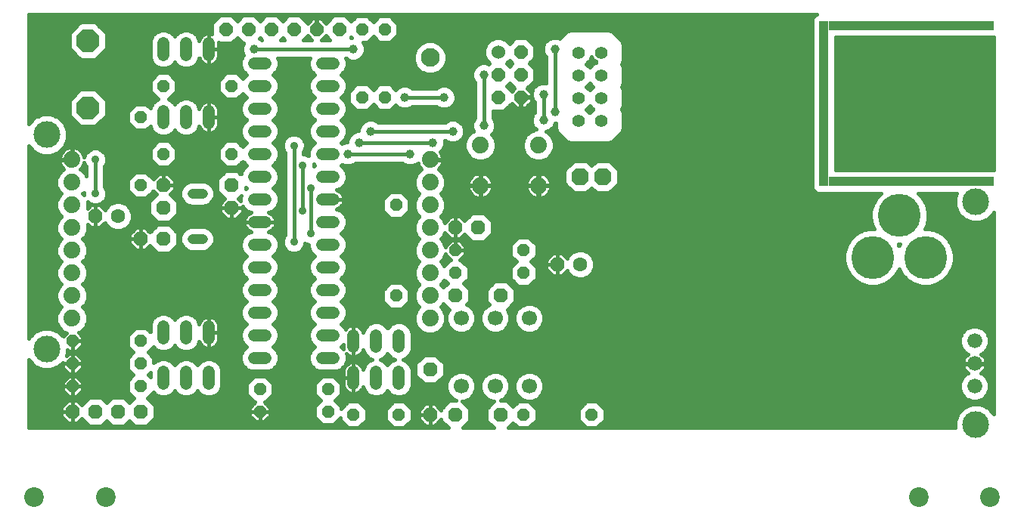
<source format=gtl>
G75*
G70*
%OFA0B0*%
%FSLAX24Y24*%
%IPPOS*%
%LPD*%
%AMOC8*
5,1,8,0,0,1.08239X$1,22.5*
%
%ADD10C,0.0440*%
%ADD11OC8,0.0630*%
%ADD12C,0.0520*%
%ADD13OC8,0.0520*%
%ADD14C,0.0669*%
%ADD15OC8,0.1000*%
%ADD16OC8,0.0760*%
%ADD17C,0.0740*%
%ADD18C,0.1890*%
%ADD19OC8,0.0600*%
%ADD20C,0.0560*%
%ADD21R,0.7283X0.0394*%
%ADD22R,0.0394X0.7283*%
%ADD23R,0.0397X0.0397*%
%ADD24C,0.0660*%
%ADD25C,0.0630*%
%ADD26C,0.0866*%
%ADD27C,0.0600*%
%ADD28C,0.0160*%
%ADD29C,0.0396*%
%ADD30C,0.0357*%
%ADD31C,0.0827*%
%ADD32C,0.1181*%
D10*
X007546Y014034D02*
X007986Y014034D01*
X007986Y016034D02*
X007546Y016034D01*
D11*
X006266Y016409D03*
X006266Y015409D03*
X006266Y014034D03*
X005266Y014034D03*
X003266Y015034D03*
X009266Y015409D03*
X009266Y016409D03*
X019141Y014534D03*
X020141Y014534D03*
X023641Y012909D03*
X021141Y011534D03*
X019141Y011534D03*
X018016Y008284D03*
X018016Y006284D03*
X019141Y006284D03*
X021141Y006284D03*
X005266Y006409D03*
X004266Y006409D03*
X003266Y006409D03*
X002266Y006409D03*
D12*
X006266Y007649D02*
X006266Y008169D01*
X007266Y008169D02*
X007266Y007649D01*
X008266Y007649D02*
X008266Y008169D01*
X010256Y008784D02*
X010776Y008784D01*
X010776Y009784D02*
X010256Y009784D01*
X010256Y010784D02*
X010776Y010784D01*
X010776Y011784D02*
X010256Y011784D01*
X010256Y012784D02*
X010776Y012784D01*
X010776Y013784D02*
X010256Y013784D01*
X010256Y014784D02*
X010776Y014784D01*
X010776Y015784D02*
X010256Y015784D01*
X010256Y016784D02*
X010776Y016784D01*
X010776Y017784D02*
X010256Y017784D01*
X010256Y018784D02*
X010776Y018784D01*
X010776Y019784D02*
X010256Y019784D01*
X010256Y020784D02*
X010776Y020784D01*
X010776Y021784D02*
X010256Y021784D01*
X008266Y022149D02*
X008266Y022669D01*
X007266Y022669D02*
X007266Y022149D01*
X006266Y022149D02*
X006266Y022669D01*
X006266Y019669D02*
X006266Y019149D01*
X007266Y019149D02*
X007266Y019669D01*
X008266Y019669D02*
X008266Y019149D01*
X013256Y018784D02*
X013776Y018784D01*
X013776Y017784D02*
X013256Y017784D01*
X013256Y016784D02*
X013776Y016784D01*
X013776Y015784D02*
X013256Y015784D01*
X013256Y014784D02*
X013776Y014784D01*
X013776Y013784D02*
X013256Y013784D01*
X013256Y012784D02*
X013776Y012784D01*
X013776Y011784D02*
X013256Y011784D01*
X013256Y010784D02*
X013776Y010784D01*
X013776Y009784D02*
X013256Y009784D01*
X014641Y009794D02*
X014641Y009274D01*
X013776Y008784D02*
X013256Y008784D01*
X014641Y008169D02*
X014641Y007649D01*
X015641Y007649D02*
X015641Y008169D01*
X016641Y008169D02*
X016641Y007649D01*
X016641Y009274D02*
X016641Y009794D01*
X015641Y009794D02*
X015641Y009274D01*
X008266Y009649D02*
X008266Y010169D01*
X007266Y010169D02*
X007266Y009649D01*
X006266Y009649D02*
X006266Y010169D01*
X013256Y019784D02*
X013776Y019784D01*
X013776Y020784D02*
X013256Y020784D01*
X013256Y021784D02*
X013776Y021784D01*
D13*
X015016Y020284D03*
X016016Y020284D03*
X016016Y023284D03*
X015016Y023284D03*
X009266Y020784D03*
X006266Y020784D03*
X005266Y019409D03*
X006266Y017784D03*
X005266Y016409D03*
X009266Y017784D03*
X016516Y015534D03*
X019141Y013534D03*
X019141Y012534D03*
X016516Y011534D03*
X022141Y012534D03*
X022141Y013534D03*
X013516Y007409D03*
X013516Y006409D03*
X014641Y006284D03*
X016641Y006284D03*
X022141Y006284D03*
X025141Y006284D03*
X010516Y006409D03*
X010516Y007409D03*
X005266Y007534D03*
X005266Y008534D03*
X005266Y009534D03*
X002266Y009534D03*
X002266Y008534D03*
X002266Y007534D03*
D14*
X019391Y007534D03*
X020891Y007534D03*
X022391Y007534D03*
X022391Y010534D03*
X020891Y010534D03*
X019391Y010534D03*
D15*
X002936Y019816D03*
X002936Y022776D03*
D16*
X024641Y016784D03*
X025641Y016784D03*
D17*
X022796Y016394D03*
X020236Y016394D03*
X018016Y016531D03*
X018016Y017531D03*
X020236Y018174D03*
X022796Y018174D03*
X018016Y015531D03*
X018016Y014531D03*
X018016Y013531D03*
X018016Y012531D03*
X018016Y011531D03*
X018016Y010531D03*
X002236Y010531D03*
X002236Y011531D03*
X002236Y012531D03*
X002236Y013531D03*
X002236Y014531D03*
X002236Y015531D03*
X002236Y016531D03*
X002236Y017531D03*
D18*
X037528Y013219D03*
X039851Y013219D03*
X038709Y015070D03*
D19*
X022016Y020284D03*
X021016Y020284D03*
X021016Y021284D03*
X022016Y021284D03*
X022016Y022284D03*
X014016Y023284D03*
X013016Y023284D03*
X012016Y023284D03*
X011016Y023284D03*
X010016Y023284D03*
X009016Y023284D03*
D20*
X024550Y022261D03*
X025550Y022261D03*
X025550Y021261D03*
X024550Y021261D03*
X024550Y020261D03*
X025550Y020261D03*
X025550Y019261D03*
X024550Y019261D03*
D21*
X039217Y016563D03*
X039217Y023453D03*
D22*
X035378Y020008D03*
D23*
X035378Y023453D03*
X042662Y023453D03*
X042662Y016563D03*
X035378Y016563D03*
D24*
X042016Y009534D03*
X042016Y008534D03*
X042016Y007534D03*
D25*
X024641Y012909D03*
X004266Y015034D03*
D26*
X000573Y002657D03*
X003723Y002657D03*
X039549Y002657D03*
X042699Y002657D03*
D27*
X021016Y022284D03*
D28*
X021448Y021840D02*
X021584Y021840D01*
X021639Y021784D02*
X021516Y021908D01*
X021393Y021784D01*
X021516Y021661D01*
X021639Y021784D01*
X021536Y021681D02*
X021496Y021681D01*
X020639Y021784D02*
X020609Y021755D01*
X020494Y021803D01*
X020288Y021803D01*
X020097Y021724D01*
X019952Y021578D01*
X019873Y021388D01*
X019873Y021181D01*
X019952Y020991D01*
X019991Y020952D01*
X019991Y019367D01*
X019952Y019328D01*
X019873Y019138D01*
X019873Y018931D01*
X019930Y018794D01*
X019845Y018759D01*
X019651Y018565D01*
X019546Y018312D01*
X019546Y018037D01*
X019651Y017784D01*
X019845Y017589D01*
X020099Y017484D01*
X020373Y017484D01*
X020627Y017589D01*
X020821Y017784D01*
X020926Y018037D01*
X020926Y018312D01*
X020821Y018565D01*
X020738Y018648D01*
X020830Y018741D01*
X020909Y018931D01*
X020909Y019138D01*
X020830Y019328D01*
X020791Y019367D01*
X020791Y019664D01*
X021273Y019664D01*
X021615Y020007D01*
X021817Y019804D01*
X021996Y019804D01*
X021996Y020264D01*
X022036Y020264D01*
X022036Y019804D01*
X022215Y019804D01*
X022496Y020086D01*
X022496Y020264D01*
X022036Y020264D01*
X022036Y020304D01*
X022496Y020304D01*
X022496Y020483D01*
X022294Y020685D01*
X022636Y021028D01*
X022636Y021541D01*
X022393Y021784D01*
X022636Y022028D01*
X022636Y022541D01*
X022273Y022904D01*
X021759Y022904D01*
X021516Y022661D01*
X021367Y022810D01*
X021139Y022904D01*
X020893Y022904D01*
X020665Y022810D01*
X020490Y022636D01*
X020396Y022408D01*
X020396Y022161D01*
X020490Y021933D01*
X020639Y021784D01*
X020584Y021840D02*
X018729Y021840D01*
X018749Y021889D02*
X018638Y021619D01*
X018431Y021413D01*
X018162Y021301D01*
X017870Y021301D01*
X017601Y021413D01*
X017394Y021619D01*
X017283Y021889D01*
X017283Y022180D01*
X017394Y022450D01*
X017601Y022656D01*
X017870Y022768D01*
X018162Y022768D01*
X018431Y022656D01*
X018638Y022450D01*
X018749Y022180D01*
X018749Y021889D01*
X018749Y021998D02*
X020463Y021998D01*
X020398Y022157D02*
X018749Y022157D01*
X018693Y022315D02*
X020396Y022315D01*
X020423Y022474D02*
X018614Y022474D01*
X018455Y022632D02*
X020489Y022632D01*
X020646Y022791D02*
X016343Y022791D01*
X016256Y022704D02*
X016596Y023044D01*
X016596Y023525D01*
X016256Y023864D01*
X015776Y023864D01*
X015516Y023605D01*
X015256Y023864D01*
X014776Y023864D01*
X014544Y023633D01*
X014273Y023904D01*
X013759Y023904D01*
X013417Y023562D01*
X013215Y023764D01*
X013036Y023764D01*
X013036Y023304D01*
X012996Y023304D01*
X012996Y023764D01*
X012817Y023764D01*
X012615Y023562D01*
X012273Y023904D01*
X011759Y023904D01*
X011516Y023661D01*
X011273Y023904D01*
X010759Y023904D01*
X010516Y023661D01*
X010273Y023904D01*
X009759Y023904D01*
X009516Y023661D01*
X009273Y023904D01*
X008759Y023904D01*
X008396Y023541D01*
X008396Y023090D01*
X008369Y023099D01*
X008301Y023109D01*
X008266Y023109D01*
X008231Y023109D01*
X008163Y023099D01*
X008097Y023077D01*
X008035Y023046D01*
X007979Y023005D01*
X007930Y022956D01*
X007890Y022900D01*
X007858Y022838D01*
X007843Y022792D01*
X007758Y022998D01*
X007595Y023161D01*
X007381Y023249D01*
X007151Y023249D01*
X006937Y023161D01*
X006774Y022998D01*
X006766Y022978D01*
X006758Y022998D01*
X006595Y023161D01*
X006381Y023249D01*
X006151Y023249D01*
X005937Y023161D01*
X005774Y022998D01*
X005686Y022785D01*
X005686Y022034D01*
X005774Y021821D01*
X005937Y021658D01*
X006151Y021569D01*
X006381Y021569D01*
X006595Y021658D01*
X006758Y021821D01*
X006766Y021841D01*
X006774Y021821D01*
X006937Y021658D01*
X007151Y021569D01*
X007381Y021569D01*
X007595Y021658D01*
X007758Y021821D01*
X007843Y022027D01*
X007858Y021981D01*
X007890Y021919D01*
X007930Y021863D01*
X007979Y021814D01*
X008035Y021773D01*
X008097Y021742D01*
X008163Y021720D01*
X008231Y021709D01*
X008266Y021709D01*
X008301Y021709D01*
X008369Y021720D01*
X008435Y021742D01*
X008497Y021773D01*
X008553Y021814D01*
X008602Y021863D01*
X008642Y021919D01*
X008674Y021981D01*
X008695Y022046D01*
X008706Y022115D01*
X008706Y022409D01*
X008266Y022409D01*
X008266Y021709D01*
X008266Y022409D01*
X008266Y022409D01*
X008266Y022409D01*
X008706Y022409D01*
X008706Y022704D01*
X008703Y022720D01*
X008759Y022664D01*
X009273Y022664D01*
X009516Y022908D01*
X009759Y022664D01*
X009811Y022664D01*
X009748Y022513D01*
X009748Y022306D01*
X009809Y022158D01*
X009764Y022113D01*
X009676Y021900D01*
X009676Y021669D01*
X009764Y021456D01*
X009927Y021293D01*
X009947Y021284D01*
X009927Y021276D01*
X009764Y021113D01*
X009762Y021108D01*
X009506Y021364D01*
X009856Y021364D01*
X009857Y021206D02*
X009665Y021206D01*
X009506Y021364D02*
X009026Y021364D01*
X006506Y021364D01*
X006026Y021364D01*
X000338Y021364D01*
X000338Y021206D02*
X005867Y021206D01*
X005709Y021047D02*
X000338Y021047D01*
X000338Y020889D02*
X005686Y020889D01*
X005686Y021025D02*
X005686Y020544D01*
X006026Y020204D01*
X006042Y020204D01*
X005937Y020161D01*
X005774Y019998D01*
X005693Y019802D01*
X005506Y019989D01*
X005026Y019989D01*
X004686Y019650D01*
X004686Y019169D01*
X005026Y018829D01*
X005506Y018829D01*
X005693Y019016D01*
X005774Y018821D01*
X005937Y018658D01*
X006151Y018569D01*
X006381Y018569D01*
X006595Y018658D01*
X006758Y018821D01*
X006766Y018841D01*
X006774Y018821D01*
X006937Y018658D01*
X007151Y018569D01*
X007381Y018569D01*
X007595Y018658D01*
X007758Y018821D01*
X007843Y019027D01*
X007858Y018981D01*
X007890Y018919D01*
X007930Y018863D01*
X007979Y018814D01*
X008035Y018773D01*
X008097Y018742D01*
X008163Y018720D01*
X008231Y018709D01*
X008266Y018709D01*
X008301Y018709D01*
X008369Y018720D01*
X008435Y018742D01*
X008497Y018773D01*
X008553Y018814D01*
X008602Y018863D01*
X008642Y018919D01*
X008674Y018981D01*
X008695Y019046D01*
X008706Y019115D01*
X008706Y019409D01*
X008266Y019409D01*
X008266Y018709D01*
X008266Y019409D01*
X008266Y019409D01*
X008266Y019409D01*
X008706Y019409D01*
X008706Y019704D01*
X008695Y019772D01*
X008674Y019838D01*
X008642Y019900D01*
X008602Y019956D01*
X008553Y020005D01*
X008497Y020046D01*
X008435Y020077D01*
X008369Y020099D01*
X008301Y020109D01*
X008266Y020109D01*
X008266Y019409D01*
X008266Y020109D01*
X008231Y020109D01*
X008163Y020099D01*
X008097Y020077D01*
X008035Y020046D01*
X007979Y020005D01*
X007930Y019956D01*
X007890Y019900D01*
X007858Y019838D01*
X007843Y019792D01*
X007758Y019998D01*
X007595Y020161D01*
X007381Y020249D01*
X007151Y020249D01*
X006937Y020161D01*
X006774Y019998D01*
X006766Y019978D01*
X006758Y019998D01*
X006595Y020161D01*
X006490Y020204D01*
X006506Y020204D01*
X006846Y020544D01*
X006846Y021025D01*
X006506Y021364D01*
X006665Y021206D02*
X008867Y021206D01*
X008709Y021047D02*
X006823Y021047D01*
X006846Y020889D02*
X008686Y020889D01*
X008686Y021025D02*
X008686Y020544D01*
X009026Y020204D01*
X009506Y020204D01*
X009762Y020461D01*
X009764Y020456D01*
X009927Y020293D01*
X009947Y020284D01*
X009927Y020276D01*
X009764Y020113D01*
X009676Y019900D01*
X009676Y019669D01*
X009764Y019456D01*
X009927Y019293D01*
X009947Y019284D01*
X009927Y019276D01*
X009764Y019113D01*
X009676Y018900D01*
X009676Y018669D01*
X009764Y018456D01*
X009927Y018293D01*
X009947Y018284D01*
X009927Y018276D01*
X009764Y018113D01*
X009762Y018108D01*
X009506Y018364D01*
X009026Y018364D01*
X008686Y018025D01*
X008686Y017544D01*
X009026Y017204D01*
X009506Y017204D01*
X009762Y017461D01*
X009764Y017456D01*
X009927Y017293D01*
X009947Y017284D01*
X009927Y017276D01*
X009764Y017113D01*
X009676Y016900D01*
X009676Y016897D01*
X009529Y017044D01*
X009003Y017044D01*
X008631Y016672D01*
X008631Y016146D01*
X008967Y015810D01*
X008771Y015614D01*
X008771Y015409D01*
X008771Y015204D01*
X009061Y014914D01*
X009266Y014914D01*
X009471Y014914D01*
X009761Y015204D01*
X009761Y015409D01*
X009266Y015409D01*
X009266Y014914D01*
X009266Y015409D01*
X009266Y015409D01*
X009266Y015409D01*
X008771Y015409D01*
X009266Y015409D01*
X009266Y015409D01*
X009761Y015409D01*
X009761Y015464D01*
X009764Y015456D01*
X009927Y015293D01*
X010134Y015207D01*
X010087Y015192D01*
X010025Y015161D01*
X009969Y015120D01*
X009920Y015071D01*
X009880Y015015D01*
X009848Y014953D01*
X009827Y014887D01*
X009816Y014819D01*
X009816Y014784D01*
X009816Y014750D01*
X009827Y014681D01*
X009848Y014616D01*
X009880Y014554D01*
X009920Y014498D01*
X009969Y014449D01*
X010025Y014408D01*
X010087Y014377D01*
X010134Y014362D01*
X009927Y014276D01*
X009764Y014113D01*
X009676Y013900D01*
X009676Y013669D01*
X009764Y013456D01*
X009927Y013293D01*
X009947Y013284D01*
X009927Y013276D01*
X009764Y013113D01*
X009676Y012900D01*
X009676Y012669D01*
X009764Y012456D01*
X009927Y012293D01*
X009947Y012284D01*
X009927Y012276D01*
X009764Y012113D01*
X009676Y011900D01*
X009676Y011669D01*
X009764Y011456D01*
X009927Y011293D01*
X009947Y011284D01*
X009927Y011276D01*
X009764Y011113D01*
X009676Y010900D01*
X009676Y010669D01*
X009764Y010456D01*
X009927Y010293D01*
X009947Y010284D01*
X009927Y010276D01*
X009764Y010113D01*
X009676Y009900D01*
X009676Y009669D01*
X009764Y009456D01*
X009927Y009293D01*
X009947Y009284D01*
X009927Y009276D01*
X009764Y009113D01*
X009676Y008900D01*
X009676Y008669D01*
X009764Y008456D01*
X009927Y008293D01*
X010141Y008204D01*
X010891Y008204D01*
X011105Y008293D01*
X011268Y008456D01*
X011356Y008669D01*
X011356Y008900D01*
X011268Y009113D01*
X011105Y009276D01*
X011084Y009284D01*
X011105Y009293D01*
X011268Y009456D01*
X011356Y009669D01*
X011356Y009900D01*
X011268Y010113D01*
X011105Y010276D01*
X011084Y010284D01*
X011105Y010293D01*
X011268Y010456D01*
X011356Y010669D01*
X011356Y010900D01*
X011268Y011113D01*
X011105Y011276D01*
X011084Y011284D01*
X011105Y011293D01*
X011268Y011456D01*
X011356Y011669D01*
X011356Y011900D01*
X011268Y012113D01*
X011105Y012276D01*
X011084Y012284D01*
X011105Y012293D01*
X011268Y012456D01*
X011356Y012669D01*
X011356Y012900D01*
X011268Y013113D01*
X011105Y013276D01*
X011084Y013284D01*
X011105Y013293D01*
X011268Y013456D01*
X011356Y013669D01*
X011356Y013900D01*
X011268Y014113D01*
X011105Y014276D01*
X010898Y014362D01*
X010945Y014377D01*
X011007Y014408D01*
X011063Y014449D01*
X011112Y014498D01*
X011152Y014554D01*
X011184Y014616D01*
X011205Y014681D01*
X011216Y014750D01*
X011216Y014784D01*
X010516Y014784D01*
X010516Y014784D01*
X009816Y014784D01*
X010516Y014784D01*
X010516Y014784D01*
X011216Y014784D01*
X011216Y014819D01*
X011205Y014887D01*
X011184Y014953D01*
X011152Y015015D01*
X011112Y015071D01*
X011063Y015120D01*
X011007Y015161D01*
X010945Y015192D01*
X010898Y015207D01*
X011105Y015293D01*
X011268Y015456D01*
X011356Y015669D01*
X011356Y015900D01*
X011268Y016113D01*
X011105Y016276D01*
X011084Y016284D01*
X011105Y016293D01*
X011268Y016456D01*
X011356Y016669D01*
X011356Y016900D01*
X011268Y017113D01*
X011105Y017276D01*
X011084Y017284D01*
X011105Y017293D01*
X011268Y017456D01*
X011356Y017669D01*
X011356Y017900D01*
X011268Y018113D01*
X011105Y018276D01*
X011084Y018284D01*
X011105Y018293D01*
X011268Y018456D01*
X011356Y018669D01*
X011356Y018900D01*
X011268Y019113D01*
X011105Y019276D01*
X011084Y019284D01*
X011105Y019293D01*
X011268Y019456D01*
X011356Y019669D01*
X011356Y019900D01*
X011268Y020113D01*
X011105Y020276D01*
X011084Y020284D01*
X011105Y020293D01*
X011268Y020456D01*
X011356Y020669D01*
X011356Y020900D01*
X011268Y021113D01*
X011105Y021276D01*
X011084Y021284D01*
X011105Y021293D01*
X011268Y021456D01*
X011356Y021669D01*
X011356Y021900D01*
X011311Y022009D01*
X012721Y022009D01*
X012676Y021900D01*
X012676Y021669D01*
X012764Y021456D01*
X012927Y021293D01*
X012947Y021284D01*
X012927Y021276D01*
X012764Y021113D01*
X012676Y020900D01*
X012676Y020669D01*
X012764Y020456D01*
X012927Y020293D01*
X012947Y020284D01*
X012927Y020276D01*
X012764Y020113D01*
X012676Y019900D01*
X012676Y019669D01*
X012764Y019456D01*
X012927Y019293D01*
X012947Y019284D01*
X012927Y019276D01*
X012764Y019113D01*
X012676Y018900D01*
X012676Y018669D01*
X012764Y018456D01*
X012927Y018293D01*
X012947Y018284D01*
X012927Y018276D01*
X012764Y018113D01*
X012676Y017900D01*
X012676Y017704D01*
X012673Y017707D01*
X012490Y017783D01*
X012416Y017783D01*
X012416Y017848D01*
X012439Y017871D01*
X012515Y018054D01*
X012515Y018253D01*
X012439Y018436D01*
X012299Y018576D01*
X012116Y018652D01*
X011918Y018652D01*
X011735Y018576D01*
X011594Y018436D01*
X011518Y018253D01*
X011518Y018054D01*
X011594Y017871D01*
X011616Y017850D01*
X011616Y014214D01*
X011593Y014192D01*
X011518Y014009D01*
X011518Y013810D01*
X011593Y013627D01*
X011734Y013487D01*
X011917Y013411D01*
X012115Y013411D01*
X012298Y013487D01*
X012439Y013627D01*
X012514Y013810D01*
X012514Y013849D01*
X012667Y013786D01*
X012676Y013786D01*
X012676Y013669D01*
X012764Y013456D01*
X012927Y013293D01*
X012947Y013284D01*
X012927Y013276D01*
X012764Y013113D01*
X012676Y012900D01*
X012676Y012669D01*
X012764Y012456D01*
X012927Y012293D01*
X012947Y012284D01*
X012927Y012276D01*
X012764Y012113D01*
X012676Y011900D01*
X012676Y011669D01*
X012764Y011456D01*
X012927Y011293D01*
X012947Y011284D01*
X012927Y011276D01*
X012764Y011113D01*
X012676Y010900D01*
X012676Y010669D01*
X012764Y010456D01*
X012927Y010293D01*
X012947Y010284D01*
X012927Y010276D01*
X012764Y010113D01*
X012676Y009900D01*
X012676Y009669D01*
X012764Y009456D01*
X012927Y009293D01*
X012947Y009284D01*
X012927Y009276D01*
X012764Y009113D01*
X012676Y008900D01*
X012676Y008669D01*
X012764Y008456D01*
X012927Y008293D01*
X013141Y008204D01*
X013891Y008204D01*
X014105Y008293D01*
X014268Y008456D01*
X014356Y008669D01*
X014356Y008900D01*
X014330Y008964D01*
X014354Y008939D01*
X014410Y008898D01*
X014472Y008867D01*
X014538Y008845D01*
X014606Y008834D01*
X014641Y008834D01*
X014676Y008834D01*
X014744Y008845D01*
X014810Y008867D01*
X014872Y008898D01*
X014928Y008939D01*
X014977Y008988D01*
X015017Y009044D01*
X015049Y009106D01*
X015064Y009152D01*
X015149Y008946D01*
X015312Y008783D01*
X015459Y008722D01*
X015312Y008661D01*
X015149Y008498D01*
X015064Y008292D01*
X015049Y008338D01*
X015017Y008400D01*
X014977Y008456D01*
X014928Y008505D01*
X014872Y008546D01*
X014810Y008577D01*
X014744Y008599D01*
X014676Y008609D01*
X014641Y008609D01*
X014606Y008609D01*
X014538Y008599D01*
X014472Y008577D01*
X014410Y008546D01*
X014354Y008505D01*
X014305Y008456D01*
X014265Y008400D01*
X014233Y008338D01*
X014212Y008272D01*
X014201Y008204D01*
X014201Y007909D01*
X014201Y007615D01*
X014212Y007546D01*
X014233Y007481D01*
X014265Y007419D01*
X014305Y007363D01*
X014354Y007314D01*
X014410Y007273D01*
X014472Y007242D01*
X014538Y007220D01*
X014606Y007209D01*
X014641Y007209D01*
X014676Y007209D01*
X014744Y007220D01*
X014810Y007242D01*
X014872Y007273D01*
X014928Y007314D01*
X014977Y007363D01*
X015017Y007419D01*
X015049Y007481D01*
X015064Y007527D01*
X015149Y007321D01*
X015312Y007158D01*
X015526Y007069D01*
X015756Y007069D01*
X015970Y007158D01*
X016133Y007321D01*
X016141Y007341D01*
X016149Y007321D01*
X016312Y007158D01*
X016526Y007069D01*
X016756Y007069D01*
X016970Y007158D01*
X017133Y007321D01*
X017221Y007534D01*
X017221Y008285D01*
X017133Y008498D01*
X016970Y008661D01*
X016823Y008722D01*
X016970Y008783D01*
X017133Y008946D01*
X017221Y009159D01*
X017221Y009910D01*
X017133Y010123D01*
X016970Y010286D01*
X016756Y010374D01*
X016526Y010374D01*
X016312Y010286D01*
X016149Y010123D01*
X016141Y010103D01*
X016133Y010123D01*
X015970Y010286D01*
X015756Y010374D01*
X015526Y010374D01*
X015312Y010286D01*
X015149Y010123D01*
X015064Y009917D01*
X015049Y009963D01*
X015017Y010025D01*
X014977Y010081D01*
X014928Y010130D01*
X014872Y010171D01*
X014810Y010202D01*
X014744Y010224D01*
X014676Y010234D01*
X014641Y010234D01*
X014606Y010234D01*
X014538Y010224D01*
X014472Y010202D01*
X014410Y010171D01*
X014354Y010130D01*
X014305Y010081D01*
X014290Y010060D01*
X014268Y010113D01*
X014105Y010276D01*
X014084Y010284D01*
X014105Y010293D01*
X014268Y010456D01*
X014356Y010669D01*
X014356Y010900D01*
X014268Y011113D01*
X014105Y011276D01*
X014084Y011284D01*
X014105Y011293D01*
X014268Y011456D01*
X014356Y011669D01*
X014356Y011900D01*
X014268Y012113D01*
X014105Y012276D01*
X014084Y012284D01*
X014105Y012293D01*
X014268Y012456D01*
X014356Y012669D01*
X014356Y012900D01*
X014268Y013113D01*
X014105Y013276D01*
X014084Y013284D01*
X014105Y013293D01*
X014268Y013456D01*
X014356Y013669D01*
X014356Y013900D01*
X014268Y014113D01*
X014105Y014276D01*
X014084Y014284D01*
X014105Y014293D01*
X014268Y014456D01*
X014356Y014669D01*
X014356Y014900D01*
X014268Y015113D01*
X014105Y015276D01*
X013898Y015362D01*
X013945Y015377D01*
X014007Y015408D01*
X014063Y015449D01*
X014112Y015498D01*
X014152Y015554D01*
X014184Y015616D01*
X014205Y015681D01*
X014216Y015750D01*
X014216Y015784D01*
X013516Y015784D01*
X013516Y015784D01*
X014216Y015784D01*
X014216Y015819D01*
X014205Y015887D01*
X014184Y015953D01*
X014152Y016015D01*
X014112Y016071D01*
X014063Y016120D01*
X014007Y016161D01*
X013945Y016192D01*
X013898Y016207D01*
X014105Y016293D01*
X014268Y016456D01*
X014356Y016669D01*
X014356Y016900D01*
X014268Y017113D01*
X014105Y017276D01*
X014084Y017284D01*
X014105Y017293D01*
X014140Y017328D01*
X014288Y017266D01*
X014494Y017266D01*
X014684Y017345D01*
X014724Y017384D01*
X016808Y017384D01*
X016847Y017345D01*
X017038Y017266D01*
X017244Y017266D01*
X017434Y017345D01*
X017482Y017393D01*
X017506Y017319D01*
X017546Y017242D01*
X017596Y017172D01*
X017645Y017124D01*
X017625Y017115D01*
X017431Y016921D01*
X017326Y016668D01*
X017326Y016393D01*
X017431Y016140D01*
X017540Y016031D01*
X017431Y015921D01*
X017326Y015668D01*
X017326Y015393D01*
X017431Y015140D01*
X017540Y015031D01*
X017431Y014921D01*
X017326Y014668D01*
X017326Y014393D01*
X017431Y014140D01*
X017540Y014031D01*
X017431Y013921D01*
X017326Y013668D01*
X017326Y013393D01*
X017431Y013140D01*
X017540Y013031D01*
X017431Y012921D01*
X017326Y012668D01*
X017326Y012393D01*
X017431Y012140D01*
X017540Y012031D01*
X017431Y011921D01*
X017326Y011668D01*
X017326Y011393D01*
X017431Y011140D01*
X017540Y011031D01*
X017431Y010921D01*
X017326Y010668D01*
X017326Y010393D01*
X017431Y010140D01*
X017625Y009946D01*
X017879Y009841D01*
X018153Y009841D01*
X018407Y009946D01*
X018601Y010140D01*
X018706Y010393D01*
X018706Y010668D01*
X018601Y010921D01*
X018492Y011031D01*
X018601Y011140D01*
X018612Y011166D01*
X018854Y010923D01*
X018836Y010905D01*
X018736Y010665D01*
X018736Y010404D01*
X018836Y010164D01*
X019020Y009979D01*
X019261Y009880D01*
X019521Y009880D01*
X019762Y009979D01*
X019946Y010164D01*
X020046Y010404D01*
X020046Y010665D01*
X019946Y010905D01*
X019762Y011089D01*
X019643Y011139D01*
X019776Y011271D01*
X019776Y011797D01*
X019500Y012073D01*
X019721Y012294D01*
X019721Y012775D01*
X019381Y013114D01*
X019343Y013114D01*
X019581Y013352D01*
X019581Y013534D01*
X019141Y013534D01*
X019141Y013534D01*
X019581Y013534D01*
X019581Y013717D01*
X019323Y013974D01*
X019141Y013974D01*
X018959Y013974D01*
X018701Y013717D01*
X018701Y013680D01*
X018601Y013921D01*
X018492Y014031D01*
X018601Y014140D01*
X018670Y014306D01*
X018936Y014039D01*
X019141Y014039D01*
X019346Y014039D01*
X019542Y014235D01*
X019878Y013899D01*
X020404Y013899D01*
X020776Y014271D01*
X020776Y014797D01*
X020404Y015169D01*
X019878Y015169D01*
X019542Y014833D01*
X019346Y015029D01*
X019141Y015029D01*
X019141Y014534D01*
X019141Y014039D01*
X019141Y014534D01*
X019141Y014534D01*
X019141Y015029D01*
X018936Y015029D01*
X018667Y014761D01*
X018601Y014921D01*
X018492Y015031D01*
X018601Y015140D01*
X018706Y015393D01*
X018706Y015668D01*
X018601Y015921D01*
X018492Y016031D01*
X018601Y016140D01*
X018706Y016393D01*
X018706Y016668D01*
X018601Y016921D01*
X018407Y017115D01*
X018387Y017124D01*
X018435Y017172D01*
X018486Y017242D01*
X018526Y017319D01*
X018552Y017402D01*
X024269Y017402D01*
X024351Y017484D02*
X023941Y017074D01*
X023941Y016494D01*
X024351Y016084D01*
X024931Y016084D01*
X025141Y016295D01*
X025351Y016084D01*
X025931Y016084D01*
X026341Y016494D01*
X026341Y017074D01*
X025931Y017484D01*
X025351Y017484D01*
X025141Y017274D01*
X024931Y017484D01*
X024351Y017484D01*
X024110Y017243D02*
X018487Y017243D01*
X018437Y017085D02*
X023952Y017085D01*
X023941Y016926D02*
X022939Y016926D01*
X022925Y016931D02*
X022839Y016944D01*
X022816Y016944D01*
X022816Y016414D01*
X023346Y016414D01*
X023346Y016438D01*
X023332Y016523D01*
X023306Y016606D01*
X023266Y016683D01*
X023215Y016753D01*
X023154Y016814D01*
X023084Y016865D01*
X023007Y016904D01*
X022925Y016931D01*
X022816Y016926D02*
X022776Y016926D01*
X022776Y016944D02*
X022753Y016944D01*
X022667Y016931D01*
X022585Y016904D01*
X022508Y016865D01*
X022438Y016814D01*
X022376Y016753D01*
X022326Y016683D01*
X022286Y016606D01*
X022260Y016523D01*
X022246Y016438D01*
X022246Y016414D01*
X022776Y016414D01*
X022776Y016374D01*
X022816Y016374D01*
X022816Y015844D01*
X022839Y015844D01*
X022925Y015858D01*
X023007Y015885D01*
X023084Y015924D01*
X023154Y015975D01*
X023215Y016036D01*
X023266Y016106D01*
X023306Y016183D01*
X023332Y016266D01*
X023346Y016351D01*
X023346Y016374D01*
X022816Y016374D01*
X022816Y016414D01*
X022776Y016414D01*
X022776Y016944D01*
X022653Y016926D02*
X020379Y016926D01*
X020365Y016931D02*
X020279Y016944D01*
X020256Y016944D01*
X020256Y016414D01*
X020786Y016414D01*
X020786Y016438D01*
X020772Y016523D01*
X020746Y016606D01*
X020706Y016683D01*
X020655Y016753D01*
X020594Y016814D01*
X020524Y016865D01*
X020447Y016904D01*
X020365Y016931D01*
X020256Y016926D02*
X020216Y016926D01*
X020216Y016944D02*
X020193Y016944D01*
X020107Y016931D01*
X020025Y016904D01*
X019948Y016865D01*
X019878Y016814D01*
X019816Y016753D01*
X019766Y016683D01*
X019726Y016606D01*
X019700Y016523D01*
X019686Y016438D01*
X019686Y016414D01*
X020216Y016414D01*
X020216Y016374D01*
X020256Y016374D01*
X020256Y015844D01*
X020279Y015844D01*
X020365Y015858D01*
X020447Y015885D01*
X020524Y015924D01*
X020594Y015975D01*
X020655Y016036D01*
X020706Y016106D01*
X020746Y016183D01*
X020772Y016266D01*
X020786Y016351D01*
X020786Y016374D01*
X020256Y016374D01*
X020256Y016414D01*
X020216Y016414D01*
X020216Y016944D01*
X020093Y016926D02*
X018596Y016926D01*
X018664Y016768D02*
X019832Y016768D01*
X019728Y016609D02*
X018706Y016609D01*
X018706Y016451D02*
X019688Y016451D01*
X019686Y016374D02*
X019686Y016351D01*
X019700Y016266D01*
X019726Y016183D01*
X019766Y016106D01*
X019816Y016036D01*
X019878Y015975D01*
X019948Y015924D01*
X020025Y015885D01*
X020107Y015858D01*
X020193Y015844D01*
X020216Y015844D01*
X020216Y016374D01*
X019686Y016374D01*
X019695Y016292D02*
X018664Y016292D01*
X018595Y016134D02*
X019751Y016134D01*
X019877Y015975D02*
X018547Y015975D01*
X018644Y015817D02*
X037680Y015817D01*
X037697Y015847D02*
X037530Y015558D01*
X037444Y015236D01*
X037444Y014903D01*
X037530Y014582D01*
X037586Y014484D01*
X037361Y014484D01*
X037040Y014398D01*
X036751Y014232D01*
X036516Y013996D01*
X036349Y013708D01*
X036263Y013386D01*
X036263Y013053D01*
X036349Y012731D01*
X036516Y012443D01*
X036751Y012207D01*
X037040Y012041D01*
X037361Y011955D01*
X037694Y011955D01*
X038016Y012041D01*
X038304Y012207D01*
X038540Y012443D01*
X038689Y012701D01*
X038838Y012443D01*
X039074Y012207D01*
X039362Y012041D01*
X039684Y011955D01*
X040017Y011955D01*
X040339Y012041D01*
X040627Y012207D01*
X040863Y012443D01*
X041029Y012731D01*
X041116Y013053D01*
X041116Y013386D01*
X041029Y013708D01*
X040863Y013996D01*
X040627Y014232D01*
X042858Y014232D01*
X042858Y014390D02*
X040352Y014390D01*
X040339Y014398D02*
X040017Y014484D01*
X039831Y014484D01*
X039888Y014582D01*
X039974Y014903D01*
X039974Y015236D01*
X039888Y015558D01*
X039721Y015847D01*
X039521Y016046D01*
X041238Y016046D01*
X041160Y015857D01*
X041160Y015495D01*
X041298Y015160D01*
X041554Y014904D01*
X041889Y014766D01*
X042251Y014766D01*
X042586Y014904D01*
X042842Y015160D01*
X042858Y015198D01*
X042858Y006312D01*
X042842Y006349D01*
X042586Y006606D01*
X042251Y006744D01*
X041889Y006744D01*
X041554Y006606D01*
X041298Y006349D01*
X041160Y006015D01*
X041160Y005701D01*
X021455Y005701D01*
X021680Y005925D01*
X021901Y005704D01*
X022381Y005704D01*
X022721Y006044D01*
X022721Y006525D01*
X022381Y006864D01*
X021901Y006864D01*
X021680Y006644D01*
X021404Y006919D01*
X021117Y006919D01*
X021262Y006979D01*
X021446Y007164D01*
X021546Y007404D01*
X021546Y007665D01*
X021446Y007905D01*
X021262Y008089D01*
X021021Y008189D01*
X020761Y008189D01*
X020520Y008089D01*
X020336Y007905D01*
X020236Y007665D01*
X020236Y007404D01*
X020336Y007164D01*
X020520Y006979D01*
X020761Y006880D01*
X020838Y006880D01*
X020506Y006547D01*
X020506Y006021D01*
X020827Y005701D01*
X019455Y005701D01*
X019776Y006021D01*
X019776Y006547D01*
X019444Y006880D01*
X019521Y006880D01*
X019762Y006979D01*
X019946Y007164D01*
X020046Y007404D01*
X020046Y007665D01*
X019946Y007905D01*
X019762Y008089D01*
X019521Y008189D01*
X019261Y008189D01*
X019020Y008089D01*
X018836Y007905D01*
X018736Y007665D01*
X018736Y007404D01*
X018836Y007164D01*
X019020Y006979D01*
X019165Y006919D01*
X018878Y006919D01*
X018506Y006547D01*
X018506Y006494D01*
X018221Y006779D01*
X018016Y006779D01*
X017811Y006779D01*
X017521Y006489D01*
X017521Y006284D01*
X017521Y006079D01*
X017811Y005789D01*
X018016Y005789D01*
X018221Y005789D01*
X018506Y006074D01*
X018506Y006021D01*
X018827Y005701D01*
X000338Y005701D01*
X000338Y008702D01*
X000353Y008664D01*
X000609Y008408D01*
X000944Y008270D01*
X001306Y008270D01*
X001641Y008408D01*
X001826Y008593D01*
X001826Y008534D01*
X001826Y008352D01*
X002084Y008094D01*
X002266Y008094D01*
X002448Y008094D01*
X002706Y008352D01*
X002706Y008534D01*
X002266Y008534D01*
X002266Y008094D01*
X002266Y008534D01*
X002266Y008534D01*
X002266Y008534D01*
X001826Y008534D01*
X002266Y008534D01*
X002266Y008534D01*
X002706Y008534D01*
X002706Y008717D01*
X002448Y008974D01*
X002266Y008974D01*
X002084Y008974D01*
X001985Y008875D01*
X002036Y008999D01*
X002036Y009142D01*
X002084Y009094D01*
X002266Y009094D01*
X002448Y009094D01*
X002706Y009352D01*
X002706Y009534D01*
X002266Y009534D01*
X002266Y009094D01*
X002266Y009534D01*
X002266Y009534D01*
X002266Y009534D01*
X002706Y009534D01*
X002706Y009717D01*
X002521Y009902D01*
X002627Y009946D01*
X002821Y010140D01*
X002926Y010393D01*
X002926Y010668D01*
X002821Y010921D01*
X002712Y011031D01*
X002821Y011140D01*
X002926Y011393D01*
X002926Y011668D01*
X002821Y011921D01*
X002712Y012031D01*
X002821Y012140D01*
X002926Y012393D01*
X002926Y012668D01*
X002821Y012921D01*
X002712Y013031D01*
X002821Y013140D01*
X002926Y013393D01*
X002926Y013668D01*
X002821Y013921D01*
X002712Y014031D01*
X002821Y014140D01*
X002926Y014393D01*
X002926Y014668D01*
X002922Y014678D01*
X003061Y014539D01*
X003266Y014539D01*
X003471Y014539D01*
X003692Y014761D01*
X003728Y014675D01*
X003906Y014496D01*
X004140Y014399D01*
X004392Y014399D01*
X004626Y014496D01*
X004804Y014675D01*
X004901Y014908D01*
X004901Y015161D01*
X004804Y015394D01*
X004626Y015573D01*
X004392Y015669D01*
X004140Y015669D01*
X003906Y015573D01*
X003728Y015394D01*
X003692Y015308D01*
X003471Y015529D01*
X003266Y015529D01*
X003266Y015034D01*
X003266Y014539D01*
X003266Y015034D01*
X003266Y015034D01*
X003266Y015529D01*
X003061Y015529D01*
X002926Y015395D01*
X002926Y015668D01*
X002926Y015670D01*
X002984Y015612D01*
X003167Y015536D01*
X003365Y015536D01*
X003548Y015612D01*
X003689Y015752D01*
X003764Y015935D01*
X003764Y016134D01*
X004721Y016134D01*
X004686Y016169D02*
X005026Y015829D01*
X005506Y015829D01*
X005826Y016149D01*
X005967Y016008D01*
X005631Y015672D01*
X005631Y015146D01*
X006003Y014774D01*
X006529Y014774D01*
X006901Y015146D01*
X006901Y015672D01*
X006565Y016008D01*
X006761Y016204D01*
X006761Y016409D01*
X006266Y016409D01*
X006266Y016409D01*
X006761Y016409D01*
X006761Y016614D01*
X006471Y016904D01*
X006266Y016904D01*
X006061Y016904D01*
X005826Y016670D01*
X005506Y016989D01*
X005026Y016989D01*
X004686Y016650D01*
X004686Y016169D01*
X004686Y016292D02*
X003699Y016292D01*
X003689Y016317D02*
X003666Y016339D01*
X003666Y017230D01*
X003689Y017252D01*
X003764Y017435D01*
X003764Y017634D01*
X003689Y017817D01*
X003548Y017957D01*
X003365Y018033D01*
X003167Y018033D01*
X002984Y017957D01*
X002843Y017817D01*
X002774Y017650D01*
X002773Y017659D01*
X002746Y017742D01*
X002707Y017819D01*
X002656Y017889D01*
X002595Y017950D01*
X002525Y018001D01*
X002448Y018040D01*
X002365Y018067D01*
X002280Y018081D01*
X002256Y018081D01*
X002256Y017551D01*
X002216Y017551D01*
X002216Y018081D01*
X002193Y018081D01*
X002108Y018067D01*
X002025Y018040D01*
X001948Y018001D01*
X001878Y017950D01*
X001817Y017889D01*
X001766Y017819D01*
X001727Y017742D01*
X001700Y017659D01*
X001686Y017574D01*
X001686Y017551D01*
X002216Y017551D01*
X002216Y017511D01*
X001686Y017511D01*
X001686Y017487D01*
X001700Y017402D01*
X000338Y017402D01*
X000338Y017560D02*
X001686Y017560D01*
X001700Y017402D02*
X001727Y017319D01*
X001766Y017242D01*
X001817Y017172D01*
X001865Y017124D01*
X001846Y017115D01*
X001652Y016921D01*
X001546Y016668D01*
X001546Y016393D01*
X001652Y016140D01*
X001761Y016031D01*
X001652Y015921D01*
X001546Y015668D01*
X001546Y015393D01*
X001652Y015140D01*
X001761Y015031D01*
X001652Y014921D01*
X001546Y014668D01*
X001546Y014393D01*
X001652Y014140D01*
X001761Y014031D01*
X001652Y013921D01*
X001546Y013668D01*
X001546Y013393D01*
X001652Y013140D01*
X001761Y013031D01*
X001652Y012921D01*
X001546Y012668D01*
X001546Y012393D01*
X001652Y012140D01*
X001761Y012031D01*
X001652Y011921D01*
X001546Y011668D01*
X001546Y011393D01*
X001652Y011140D01*
X001761Y011031D01*
X001652Y010921D01*
X001546Y010668D01*
X001546Y010393D01*
X001652Y010140D01*
X001846Y009946D01*
X001994Y009884D01*
X001851Y009742D01*
X001641Y009952D01*
X001306Y010091D01*
X000944Y010091D01*
X000609Y009952D01*
X000353Y009696D01*
X000338Y009659D01*
X000338Y018151D01*
X000353Y018113D01*
X000609Y017857D01*
X000944Y017718D01*
X001306Y017718D01*
X001641Y017857D01*
X001897Y018113D01*
X002036Y018448D01*
X002036Y018810D01*
X001897Y019145D01*
X001641Y019401D01*
X001306Y019539D01*
X000944Y019539D01*
X000609Y019401D01*
X000353Y019145D01*
X000338Y019107D01*
X000338Y023944D01*
X035050Y023944D01*
X034998Y023922D01*
X034908Y023832D01*
X034860Y023715D01*
X034860Y023191D01*
X034861Y023187D01*
X034861Y016829D01*
X034860Y016825D01*
X034860Y016301D01*
X034908Y016183D01*
X034998Y016093D01*
X035116Y016045D01*
X035640Y016045D01*
X035644Y016046D01*
X037896Y016046D01*
X037697Y015847D01*
X037826Y015975D02*
X023155Y015975D01*
X023281Y016134D02*
X024302Y016134D01*
X024143Y016292D02*
X023337Y016292D01*
X023344Y016451D02*
X023985Y016451D01*
X023941Y016609D02*
X023304Y016609D01*
X023200Y016768D02*
X023941Y016768D01*
X022816Y016768D02*
X022776Y016768D01*
X022776Y016609D02*
X022816Y016609D01*
X022816Y016451D02*
X022776Y016451D01*
X022776Y016374D02*
X022246Y016374D01*
X022246Y016351D01*
X022260Y016266D01*
X022286Y016183D01*
X022326Y016106D01*
X022376Y016036D01*
X022438Y015975D01*
X022508Y015924D01*
X022585Y015885D01*
X022667Y015858D01*
X022753Y015844D01*
X022776Y015844D01*
X022776Y016374D01*
X022776Y016292D02*
X022816Y016292D01*
X022816Y016134D02*
X022776Y016134D01*
X022776Y015975D02*
X022816Y015975D01*
X022437Y015975D02*
X020595Y015975D01*
X020721Y016134D02*
X022311Y016134D01*
X022255Y016292D02*
X020777Y016292D01*
X020784Y016451D02*
X022248Y016451D01*
X022288Y016609D02*
X020744Y016609D01*
X020640Y016768D02*
X022392Y016768D01*
X022659Y017484D02*
X022933Y017484D01*
X023187Y017589D01*
X023381Y017784D01*
X023486Y018037D01*
X023486Y018312D01*
X023381Y018565D01*
X023187Y018759D01*
X023145Y018777D01*
X023309Y018845D01*
X023455Y018991D01*
X023518Y019141D01*
X023565Y019141D01*
X023565Y018914D01*
X023639Y018736D01*
X023776Y018600D01*
X024026Y018350D01*
X024204Y018276D01*
X025897Y018276D01*
X026075Y018350D01*
X026212Y018486D01*
X026462Y018736D01*
X026535Y018914D01*
X026535Y019607D01*
X026472Y019761D01*
X026535Y019914D01*
X026535Y020607D01*
X026472Y020761D01*
X026535Y020914D01*
X026535Y021607D01*
X026472Y021761D01*
X026535Y021914D01*
X026535Y022607D01*
X026462Y022786D01*
X026325Y022922D01*
X026075Y023172D01*
X025897Y023246D01*
X024204Y023246D01*
X024026Y023172D01*
X023734Y022880D01*
X023619Y022928D01*
X023413Y022928D01*
X023222Y022849D01*
X023077Y022703D01*
X022998Y022513D01*
X022998Y022306D01*
X023077Y022116D01*
X023116Y022077D01*
X023116Y020928D01*
X022913Y020928D01*
X022722Y020849D01*
X022577Y020703D01*
X022498Y020513D01*
X022498Y020306D01*
X022577Y020116D01*
X022616Y020077D01*
X022616Y019617D01*
X022577Y019578D01*
X022498Y019388D01*
X022498Y019181D01*
X022577Y018991D01*
X022703Y018864D01*
X022659Y018864D01*
X022405Y018759D01*
X022211Y018565D01*
X022106Y018312D01*
X022106Y018037D01*
X022211Y017784D01*
X022405Y017589D01*
X022659Y017484D01*
X022475Y017560D02*
X020557Y017560D01*
X020756Y017719D02*
X022276Y017719D01*
X022172Y017877D02*
X020860Y017877D01*
X020925Y018036D02*
X022107Y018036D01*
X022106Y018194D02*
X020926Y018194D01*
X020909Y018353D02*
X022123Y018353D01*
X022189Y018511D02*
X020843Y018511D01*
X020759Y018670D02*
X022316Y018670D01*
X022572Y018828D02*
X020866Y018828D01*
X020909Y018987D02*
X022581Y018987D01*
X022513Y019145D02*
X020906Y019145D01*
X020840Y019304D02*
X022498Y019304D01*
X022529Y019462D02*
X020791Y019462D01*
X020791Y019621D02*
X022616Y019621D01*
X022616Y019779D02*
X021388Y019779D01*
X021546Y019938D02*
X021684Y019938D01*
X021996Y019938D02*
X022036Y019938D01*
X022036Y020096D02*
X021996Y020096D01*
X021996Y020255D02*
X022036Y020255D01*
X022348Y019938D02*
X022616Y019938D01*
X022596Y020096D02*
X022496Y020096D01*
X022496Y020255D02*
X022519Y020255D01*
X022496Y020413D02*
X022498Y020413D01*
X022522Y020572D02*
X022407Y020572D01*
X022339Y020730D02*
X022604Y020730D01*
X022497Y020889D02*
X022820Y020889D01*
X022636Y021047D02*
X023116Y021047D01*
X023116Y021206D02*
X022636Y021206D01*
X022636Y021364D02*
X023116Y021364D01*
X023116Y021523D02*
X022636Y021523D01*
X022496Y021681D02*
X023116Y021681D01*
X023116Y021840D02*
X022448Y021840D01*
X022607Y021998D02*
X023116Y021998D01*
X023060Y022157D02*
X022636Y022157D01*
X022636Y022315D02*
X022998Y022315D01*
X022998Y022474D02*
X022636Y022474D01*
X022545Y022632D02*
X023048Y022632D01*
X023165Y022791D02*
X022386Y022791D01*
X021646Y022791D02*
X021386Y022791D01*
X020055Y021681D02*
X018664Y021681D01*
X018542Y021523D02*
X019929Y021523D01*
X019873Y021364D02*
X018315Y021364D01*
X017717Y021364D02*
X014176Y021364D01*
X014105Y021293D02*
X014268Y021456D01*
X014356Y021669D01*
X014356Y021900D01*
X014312Y022006D01*
X014347Y021970D01*
X014538Y021891D01*
X014744Y021891D01*
X014934Y021970D01*
X015080Y022116D01*
X015159Y022306D01*
X015159Y022513D01*
X015080Y022703D01*
X015079Y022704D01*
X015256Y022704D01*
X015516Y022964D01*
X015776Y022704D01*
X016256Y022704D01*
X016501Y022949D02*
X023803Y022949D01*
X023962Y023108D02*
X016596Y023108D01*
X016596Y023266D02*
X034860Y023266D01*
X034861Y023108D02*
X026139Y023108D01*
X026298Y022949D02*
X034861Y022949D01*
X034861Y022791D02*
X026456Y022791D01*
X026525Y022632D02*
X034861Y022632D01*
X034861Y022474D02*
X026535Y022474D01*
X026535Y022315D02*
X034861Y022315D01*
X034861Y022157D02*
X026535Y022157D01*
X026535Y021998D02*
X034861Y021998D01*
X034861Y021840D02*
X026505Y021840D01*
X026505Y021681D02*
X034861Y021681D01*
X034861Y021523D02*
X026535Y021523D01*
X026535Y021364D02*
X034861Y021364D01*
X034861Y021206D02*
X026535Y021206D01*
X026535Y021047D02*
X034861Y021047D01*
X034861Y020889D02*
X026525Y020889D01*
X026484Y020730D02*
X034861Y020730D01*
X034861Y020572D02*
X026535Y020572D01*
X026535Y020413D02*
X034861Y020413D01*
X034861Y020255D02*
X026535Y020255D01*
X026535Y020096D02*
X034861Y020096D01*
X034861Y019938D02*
X026535Y019938D01*
X026480Y019779D02*
X034861Y019779D01*
X034861Y019621D02*
X026530Y019621D01*
X026535Y019462D02*
X034861Y019462D01*
X034861Y019304D02*
X026535Y019304D01*
X026535Y019145D02*
X034861Y019145D01*
X034861Y018987D02*
X026535Y018987D01*
X026500Y018828D02*
X034861Y018828D01*
X034861Y018670D02*
X026395Y018670D01*
X026237Y018511D02*
X034861Y018511D01*
X034861Y018353D02*
X026078Y018353D01*
X026013Y017402D02*
X034861Y017402D01*
X034861Y017560D02*
X023117Y017560D01*
X023316Y017719D02*
X034861Y017719D01*
X034861Y017877D02*
X023420Y017877D01*
X023485Y018036D02*
X034861Y018036D01*
X034861Y018194D02*
X023486Y018194D01*
X023469Y018353D02*
X024022Y018353D01*
X023864Y018511D02*
X023403Y018511D01*
X023276Y018670D02*
X023705Y018670D01*
X023601Y018828D02*
X023269Y018828D01*
X023451Y018987D02*
X023565Y018987D01*
X023016Y019284D02*
X023016Y020409D01*
X023516Y019659D02*
X023516Y022409D01*
X024899Y021761D02*
X025059Y021921D01*
X025126Y022081D01*
X025157Y022020D01*
X025200Y021961D01*
X025251Y021910D01*
X025309Y021867D01*
X025318Y021863D01*
X025315Y021857D01*
X025315Y021813D01*
X025211Y021769D01*
X025050Y021609D01*
X024899Y021761D01*
X024978Y021840D02*
X025315Y021840D01*
X025172Y021998D02*
X025091Y021998D01*
X025123Y021681D02*
X024978Y021681D01*
X025050Y020912D02*
X025202Y020761D01*
X025050Y020609D01*
X024899Y020761D01*
X025050Y020912D01*
X025027Y020889D02*
X025074Y020889D01*
X025172Y020730D02*
X024929Y020730D01*
X025050Y019912D02*
X025202Y019761D01*
X025050Y019609D01*
X024899Y019761D01*
X025050Y019912D01*
X024918Y019779D02*
X025183Y019779D01*
X025062Y019621D02*
X025039Y019621D01*
X021738Y020685D02*
X021615Y020562D01*
X021393Y020784D01*
X021516Y020908D01*
X021738Y020685D01*
X021693Y020730D02*
X021447Y020730D01*
X021497Y020889D02*
X021535Y020889D01*
X021605Y020572D02*
X021625Y020572D01*
X020391Y021284D02*
X020391Y019034D01*
X019916Y018828D02*
X019534Y018828D01*
X019534Y018888D02*
X019455Y019078D01*
X019309Y019224D01*
X019119Y019303D01*
X018913Y019303D01*
X018722Y019224D01*
X018683Y019184D01*
X015724Y019184D01*
X015684Y019224D01*
X015494Y019303D01*
X015288Y019303D01*
X015097Y019224D01*
X014952Y019078D01*
X014873Y018888D01*
X014873Y018803D01*
X014788Y018803D01*
X014597Y018724D01*
X014452Y018578D01*
X014373Y018388D01*
X014373Y018303D01*
X014288Y018303D01*
X014140Y018241D01*
X014105Y018276D01*
X014084Y018284D01*
X014105Y018293D01*
X014268Y018456D01*
X014356Y018669D01*
X014356Y018900D01*
X014268Y019113D01*
X014105Y019276D01*
X014084Y019284D01*
X014105Y019293D01*
X014268Y019456D01*
X014356Y019669D01*
X014356Y019900D01*
X014268Y020113D01*
X014105Y020276D01*
X014084Y020284D01*
X014105Y020293D01*
X014268Y020456D01*
X014356Y020669D01*
X014356Y020900D01*
X014268Y021113D01*
X014105Y021276D01*
X014084Y021284D01*
X014105Y021293D01*
X014175Y021206D02*
X019873Y021206D01*
X019928Y021047D02*
X014295Y021047D01*
X014356Y020889D02*
X019991Y020889D01*
X019991Y020730D02*
X018918Y020730D01*
X018934Y020724D02*
X018744Y020803D01*
X018538Y020803D01*
X018347Y020724D01*
X018308Y020684D01*
X017224Y020684D01*
X017184Y020724D01*
X016994Y020803D01*
X016788Y020803D01*
X016597Y020724D01*
X016497Y020623D01*
X016256Y020864D01*
X015776Y020864D01*
X015516Y020605D01*
X015256Y020864D01*
X014776Y020864D01*
X014436Y020525D01*
X014436Y020044D01*
X014776Y019704D01*
X015256Y019704D01*
X015516Y019964D01*
X015776Y019704D01*
X016256Y019704D01*
X016497Y019945D01*
X016597Y019845D01*
X016788Y019766D01*
X016994Y019766D01*
X017184Y019845D01*
X017224Y019884D01*
X018308Y019884D01*
X018347Y019845D01*
X018538Y019766D01*
X018744Y019766D01*
X018934Y019845D01*
X019080Y019991D01*
X019159Y020181D01*
X019159Y020388D01*
X019080Y020578D01*
X018934Y020724D01*
X019083Y020572D02*
X019991Y020572D01*
X019991Y020413D02*
X019148Y020413D01*
X019159Y020255D02*
X019991Y020255D01*
X019991Y020096D02*
X019124Y020096D01*
X019027Y019938D02*
X019991Y019938D01*
X019991Y019779D02*
X018776Y019779D01*
X018506Y019779D02*
X017026Y019779D01*
X016756Y019779D02*
X016331Y019779D01*
X016490Y019938D02*
X016505Y019938D01*
X016891Y020284D02*
X018641Y020284D01*
X018364Y020730D02*
X017168Y020730D01*
X016614Y020730D02*
X016390Y020730D01*
X015642Y020730D02*
X015390Y020730D01*
X014642Y020730D02*
X014356Y020730D01*
X014316Y020572D02*
X014483Y020572D01*
X014436Y020413D02*
X014225Y020413D01*
X014126Y020255D02*
X014436Y020255D01*
X014436Y020096D02*
X014275Y020096D01*
X014340Y019938D02*
X014542Y019938D01*
X014701Y019779D02*
X014356Y019779D01*
X014336Y019621D02*
X019991Y019621D01*
X019991Y019462D02*
X014270Y019462D01*
X014116Y019304D02*
X019942Y019304D01*
X019876Y019145D02*
X019388Y019145D01*
X019493Y018987D02*
X019873Y018987D01*
X019534Y018888D02*
X019534Y018681D01*
X019455Y018491D01*
X019309Y018345D01*
X019119Y018266D01*
X018913Y018266D01*
X018722Y018345D01*
X018683Y018384D01*
X018659Y018384D01*
X018659Y018181D01*
X018580Y017991D01*
X018453Y017864D01*
X018486Y017819D01*
X018526Y017742D01*
X018552Y017659D01*
X018566Y017574D01*
X018566Y017551D01*
X018036Y017551D01*
X018036Y017511D01*
X018566Y017511D01*
X018566Y017487D01*
X018552Y017402D01*
X018566Y017560D02*
X019915Y017560D01*
X019716Y017719D02*
X018533Y017719D01*
X018467Y017877D02*
X019612Y017877D01*
X019547Y018036D02*
X018599Y018036D01*
X018659Y018194D02*
X019546Y018194D01*
X019563Y018353D02*
X019317Y018353D01*
X019464Y018511D02*
X019629Y018511D01*
X019529Y018670D02*
X019756Y018670D01*
X019016Y018784D02*
X015391Y018784D01*
X014914Y018987D02*
X014320Y018987D01*
X014356Y018828D02*
X014873Y018828D01*
X015019Y019145D02*
X014235Y019145D01*
X014356Y018670D02*
X014544Y018670D01*
X014424Y018511D02*
X014291Y018511D01*
X014373Y018353D02*
X014165Y018353D01*
X014391Y017784D02*
X017141Y017784D01*
X017545Y017243D02*
X014137Y017243D01*
X014279Y017085D02*
X017595Y017085D01*
X017436Y016926D02*
X014345Y016926D01*
X014356Y016768D02*
X017367Y016768D01*
X017326Y016609D02*
X014331Y016609D01*
X014263Y016451D02*
X017326Y016451D01*
X017368Y016292D02*
X014104Y016292D01*
X014044Y016134D02*
X017437Y016134D01*
X017485Y015975D02*
X016895Y015975D01*
X016756Y016114D02*
X016276Y016114D01*
X015936Y015775D01*
X015936Y015294D01*
X016276Y014954D01*
X016756Y014954D01*
X017096Y015294D01*
X017096Y015775D01*
X016756Y016114D01*
X017054Y015817D02*
X017388Y015817D01*
X017326Y015658D02*
X017096Y015658D01*
X017096Y015500D02*
X017326Y015500D01*
X017347Y015341D02*
X017096Y015341D01*
X016985Y015183D02*
X017413Y015183D01*
X017534Y015024D02*
X016826Y015024D01*
X017408Y014866D02*
X014356Y014866D01*
X014356Y014707D02*
X017342Y014707D01*
X017326Y014549D02*
X014306Y014549D01*
X014202Y014390D02*
X017327Y014390D01*
X017393Y014232D02*
X014149Y014232D01*
X014284Y014073D02*
X017497Y014073D01*
X017428Y013915D02*
X014350Y013915D01*
X014356Y013756D02*
X017363Y013756D01*
X017326Y013598D02*
X014327Y013598D01*
X014251Y013439D02*
X017326Y013439D01*
X017373Y013281D02*
X014093Y013281D01*
X014258Y013122D02*
X017448Y013122D01*
X017474Y012964D02*
X014329Y012964D01*
X014356Y012805D02*
X017383Y012805D01*
X017326Y012647D02*
X014347Y012647D01*
X014281Y012488D02*
X017326Y012488D01*
X017352Y012330D02*
X014142Y012330D01*
X014209Y012171D02*
X017418Y012171D01*
X017523Y012013D02*
X016858Y012013D01*
X016756Y012114D02*
X016276Y012114D01*
X015936Y011775D01*
X015936Y011294D01*
X016276Y010954D01*
X016756Y010954D01*
X017096Y011294D01*
X017096Y011775D01*
X016756Y012114D01*
X017016Y011854D02*
X017403Y011854D01*
X017338Y011696D02*
X017096Y011696D01*
X017096Y011537D02*
X017326Y011537D01*
X017332Y011379D02*
X017096Y011379D01*
X017022Y011220D02*
X017398Y011220D01*
X017509Y011062D02*
X016864Y011062D01*
X017424Y010903D02*
X014354Y010903D01*
X014356Y010745D02*
X017358Y010745D01*
X017326Y010586D02*
X014322Y010586D01*
X014240Y010428D02*
X017326Y010428D01*
X017377Y010269D02*
X016986Y010269D01*
X017138Y010111D02*
X017460Y010111D01*
X017618Y009952D02*
X017203Y009952D01*
X017221Y009794D02*
X041420Y009794D01*
X041465Y009903D02*
X041366Y009664D01*
X041366Y009405D01*
X041465Y009166D01*
X041648Y008983D01*
X041723Y008952D01*
X041684Y008923D01*
X041627Y008867D01*
X041580Y008802D01*
X041543Y008730D01*
X041519Y008654D01*
X041506Y008575D01*
X041506Y008543D01*
X042007Y008543D01*
X042007Y008526D01*
X018651Y008526D01*
X018651Y008547D02*
X018279Y008919D01*
X017753Y008919D01*
X017381Y008547D01*
X017381Y008021D01*
X017753Y007649D01*
X018279Y007649D01*
X018651Y008021D01*
X018651Y008547D01*
X018651Y008367D02*
X041534Y008367D01*
X041543Y008339D02*
X041580Y008267D01*
X041627Y008202D01*
X041684Y008145D01*
X041723Y008117D01*
X041648Y008085D01*
X041465Y007903D01*
X041366Y007664D01*
X041366Y007405D01*
X041465Y007166D01*
X041648Y006983D01*
X041887Y006884D01*
X042145Y006884D01*
X042384Y006983D01*
X042567Y007166D01*
X042666Y007405D01*
X042666Y007664D01*
X042567Y007903D01*
X042384Y008085D01*
X042309Y008117D01*
X042348Y008145D01*
X042405Y008202D01*
X042452Y008267D01*
X042489Y008339D01*
X042513Y008415D01*
X042526Y008494D01*
X042526Y008526D01*
X042025Y008526D01*
X042858Y008526D01*
X042858Y008684D02*
X042503Y008684D01*
X042513Y008654D02*
X042489Y008730D01*
X042452Y008802D01*
X042405Y008867D01*
X042348Y008923D01*
X042309Y008952D01*
X042384Y008983D01*
X042567Y009166D01*
X042666Y009405D01*
X042666Y009664D01*
X042567Y009903D01*
X042384Y010085D01*
X042145Y010184D01*
X041887Y010184D01*
X041648Y010085D01*
X041465Y009903D01*
X041515Y009952D02*
X022697Y009952D01*
X022762Y009979D02*
X022521Y009880D01*
X022261Y009880D01*
X022020Y009979D01*
X021836Y010164D01*
X021736Y010404D01*
X021736Y010665D01*
X021836Y010905D01*
X022020Y011089D01*
X022261Y011189D01*
X022521Y011189D01*
X022762Y011089D01*
X022946Y010905D01*
X023046Y010665D01*
X023046Y010404D01*
X022946Y010164D01*
X022762Y009979D01*
X022893Y010111D02*
X041709Y010111D01*
X042323Y010111D02*
X042858Y010111D01*
X042858Y010269D02*
X022990Y010269D01*
X023046Y010428D02*
X042858Y010428D01*
X042858Y010586D02*
X023046Y010586D01*
X023012Y010745D02*
X042858Y010745D01*
X042858Y010903D02*
X022947Y010903D01*
X022789Y011062D02*
X042858Y011062D01*
X042858Y011220D02*
X021725Y011220D01*
X021776Y011271D02*
X021428Y010923D01*
X021446Y010905D01*
X021546Y010665D01*
X021546Y010404D01*
X021446Y010164D01*
X021262Y009979D01*
X021021Y009880D01*
X020761Y009880D01*
X020520Y009979D01*
X020336Y010164D01*
X020236Y010404D01*
X020236Y010665D01*
X020336Y010905D01*
X020520Y011089D01*
X020639Y011139D01*
X020506Y011271D01*
X020506Y011797D01*
X020878Y012169D01*
X021404Y012169D01*
X021776Y011797D01*
X021776Y011271D01*
X021776Y011379D02*
X042858Y011379D01*
X042858Y011537D02*
X021776Y011537D01*
X021776Y011696D02*
X042858Y011696D01*
X042858Y011854D02*
X021719Y011854D01*
X021842Y012013D02*
X021561Y012013D01*
X021684Y012171D02*
X019598Y012171D01*
X019561Y012013D02*
X020721Y012013D01*
X020563Y011854D02*
X019719Y011854D01*
X019776Y011696D02*
X020506Y011696D01*
X020506Y011537D02*
X019776Y011537D01*
X019776Y011379D02*
X020506Y011379D01*
X020557Y011220D02*
X019725Y011220D01*
X019789Y011062D02*
X020493Y011062D01*
X020335Y010903D02*
X019947Y010903D01*
X020012Y010745D02*
X020270Y010745D01*
X020236Y010586D02*
X020046Y010586D01*
X020046Y010428D02*
X020236Y010428D01*
X020292Y010269D02*
X019990Y010269D01*
X019893Y010111D02*
X020389Y010111D01*
X020585Y009952D02*
X019697Y009952D01*
X019085Y009952D02*
X018414Y009952D01*
X018572Y010111D02*
X018889Y010111D01*
X018792Y010269D02*
X018655Y010269D01*
X018706Y010428D02*
X018736Y010428D01*
X018736Y010586D02*
X018706Y010586D01*
X018674Y010745D02*
X018770Y010745D01*
X018835Y010903D02*
X018608Y010903D01*
X018523Y011062D02*
X018715Y011062D01*
X018609Y011901D02*
X018601Y011921D01*
X018492Y012031D01*
X018601Y012140D01*
X018635Y012221D01*
X018782Y012073D01*
X018609Y011901D01*
X018509Y012013D02*
X018721Y012013D01*
X018684Y012171D02*
X018614Y012171D01*
X018632Y012846D02*
X018601Y012921D01*
X018492Y013031D01*
X018601Y013140D01*
X018701Y013381D01*
X018701Y013352D01*
X018939Y013114D01*
X018901Y013114D01*
X018632Y012846D01*
X018558Y012964D02*
X018750Y012964D01*
X018584Y013122D02*
X018931Y013122D01*
X018772Y013281D02*
X018659Y013281D01*
X019141Y013534D02*
X019141Y013974D01*
X019141Y013534D01*
X019141Y013534D01*
X019141Y013598D02*
X019141Y013598D01*
X019141Y013756D02*
X019141Y013756D01*
X019141Y013915D02*
X019141Y013915D01*
X019141Y014073D02*
X019141Y014073D01*
X019141Y014232D02*
X019141Y014232D01*
X019141Y014390D02*
X019141Y014390D01*
X019141Y014534D02*
X019141Y014534D01*
X019141Y014549D02*
X019141Y014549D01*
X019141Y014707D02*
X019141Y014707D01*
X019141Y014866D02*
X019141Y014866D01*
X019141Y015024D02*
X019141Y015024D01*
X019351Y015024D02*
X019733Y015024D01*
X019574Y014866D02*
X019510Y014866D01*
X018931Y015024D02*
X018498Y015024D01*
X018619Y015183D02*
X037444Y015183D01*
X037444Y015024D02*
X020549Y015024D01*
X020708Y014866D02*
X037454Y014866D01*
X037497Y014707D02*
X020776Y014707D01*
X020776Y014549D02*
X037549Y014549D01*
X037026Y014390D02*
X020776Y014390D01*
X020736Y014232D02*
X036752Y014232D01*
X036593Y014073D02*
X022422Y014073D01*
X022381Y014114D02*
X021901Y014114D01*
X021561Y013775D01*
X021561Y013294D01*
X021821Y013034D01*
X021561Y012775D01*
X021561Y012294D01*
X021901Y011954D01*
X022381Y011954D01*
X022721Y012294D01*
X022721Y012775D01*
X022461Y013034D01*
X022721Y013294D01*
X022721Y013775D01*
X022381Y014114D01*
X022581Y013915D02*
X036469Y013915D01*
X036377Y013756D02*
X022721Y013756D01*
X022721Y013598D02*
X036320Y013598D01*
X036277Y013439D02*
X025009Y013439D01*
X025001Y013448D02*
X024767Y013544D01*
X024515Y013544D01*
X024281Y013448D01*
X024103Y013269D01*
X024067Y013183D01*
X023846Y013404D01*
X023641Y013404D01*
X023641Y012909D01*
X023641Y012414D01*
X023846Y012414D01*
X024067Y012636D01*
X024103Y012550D01*
X024281Y012371D01*
X024515Y012274D01*
X024767Y012274D01*
X025001Y012371D01*
X025179Y012550D01*
X025276Y012783D01*
X025276Y013036D01*
X025179Y013269D01*
X025001Y013448D01*
X025168Y013281D02*
X036263Y013281D01*
X036263Y013122D02*
X025240Y013122D01*
X025276Y012964D02*
X036287Y012964D01*
X036329Y012805D02*
X025276Y012805D01*
X025220Y012647D02*
X036398Y012647D01*
X036489Y012488D02*
X025118Y012488D01*
X024901Y012330D02*
X036629Y012330D01*
X036813Y012171D02*
X022598Y012171D01*
X022721Y012330D02*
X024381Y012330D01*
X024164Y012488D02*
X023920Y012488D01*
X023641Y012488D02*
X023641Y012488D01*
X023641Y012414D02*
X023641Y012909D01*
X023641Y012909D01*
X023146Y012909D01*
X023146Y012704D01*
X023436Y012414D01*
X023641Y012414D01*
X023641Y012647D02*
X023641Y012647D01*
X023641Y012805D02*
X023641Y012805D01*
X023641Y012909D02*
X023641Y012909D01*
X023146Y012909D01*
X023146Y013114D01*
X023436Y013404D01*
X023641Y013404D01*
X023641Y012909D01*
X023641Y012909D01*
X023641Y012964D02*
X023641Y012964D01*
X023641Y013122D02*
X023641Y013122D01*
X023641Y013281D02*
X023641Y013281D01*
X023970Y013281D02*
X024114Y013281D01*
X024273Y013439D02*
X022721Y013439D01*
X022708Y013281D02*
X023312Y013281D01*
X023154Y013122D02*
X022549Y013122D01*
X022532Y012964D02*
X023146Y012964D01*
X023146Y012805D02*
X022690Y012805D01*
X022721Y012647D02*
X023203Y012647D01*
X023362Y012488D02*
X022721Y012488D01*
X022440Y012013D02*
X037144Y012013D01*
X037912Y012013D02*
X039466Y012013D01*
X039136Y012171D02*
X038242Y012171D01*
X038427Y012330D02*
X038951Y012330D01*
X038812Y012488D02*
X038566Y012488D01*
X038658Y012647D02*
X038721Y012647D01*
X040235Y012013D02*
X042858Y012013D01*
X042858Y012171D02*
X040565Y012171D01*
X040750Y012330D02*
X042858Y012330D01*
X042858Y012488D02*
X040889Y012488D01*
X040981Y012647D02*
X042858Y012647D01*
X042858Y012805D02*
X041049Y012805D01*
X041092Y012964D02*
X042858Y012964D01*
X042858Y013122D02*
X041116Y013122D01*
X041116Y013281D02*
X042858Y013281D01*
X042858Y013439D02*
X041101Y013439D01*
X041059Y013598D02*
X042858Y013598D01*
X042858Y013756D02*
X041001Y013756D01*
X040910Y013915D02*
X042858Y013915D01*
X042858Y014073D02*
X040785Y014073D01*
X040627Y014232D02*
X040339Y014398D01*
X039869Y014549D02*
X042858Y014549D01*
X042858Y014707D02*
X039921Y014707D01*
X039964Y014866D02*
X041647Y014866D01*
X041434Y015024D02*
X039974Y015024D01*
X039974Y015183D02*
X041289Y015183D01*
X041223Y015341D02*
X039946Y015341D01*
X039903Y015500D02*
X041160Y015500D01*
X041160Y015658D02*
X039830Y015658D01*
X039738Y015817D02*
X041160Y015817D01*
X041209Y015975D02*
X039592Y015975D01*
X037588Y015658D02*
X018706Y015658D01*
X018706Y015500D02*
X037515Y015500D01*
X037472Y015341D02*
X018685Y015341D01*
X018624Y014866D02*
X018772Y014866D01*
X018743Y014232D02*
X018639Y014232D01*
X018535Y014073D02*
X018902Y014073D01*
X018899Y013915D02*
X018604Y013915D01*
X018669Y013756D02*
X018741Y013756D01*
X019383Y013915D02*
X019862Y013915D01*
X019704Y014073D02*
X019380Y014073D01*
X019539Y014232D02*
X019545Y014232D01*
X019541Y013756D02*
X021561Y013756D01*
X021561Y013598D02*
X019581Y013598D01*
X019581Y013439D02*
X021561Y013439D01*
X021574Y013281D02*
X019510Y013281D01*
X019351Y013122D02*
X021733Y013122D01*
X021750Y012964D02*
X019532Y012964D01*
X019690Y012805D02*
X021592Y012805D01*
X021561Y012647D02*
X019721Y012647D01*
X019721Y012488D02*
X021561Y012488D01*
X021561Y012330D02*
X019721Y012330D01*
X021566Y011062D02*
X021993Y011062D01*
X021835Y010903D02*
X021447Y010903D01*
X021512Y010745D02*
X021770Y010745D01*
X021736Y010586D02*
X021546Y010586D01*
X021546Y010428D02*
X021736Y010428D01*
X021792Y010269D02*
X021490Y010269D01*
X021393Y010111D02*
X021889Y010111D01*
X022085Y009952D02*
X021197Y009952D01*
X018514Y008684D02*
X041528Y008684D01*
X041506Y008526D02*
X041506Y008494D01*
X041519Y008415D01*
X041543Y008339D01*
X041622Y008209D02*
X018651Y008209D01*
X018651Y008050D02*
X018981Y008050D01*
X018830Y007892D02*
X018521Y007892D01*
X018363Y007733D02*
X018765Y007733D01*
X018736Y007575D02*
X017221Y007575D01*
X017221Y007733D02*
X017669Y007733D01*
X017510Y007892D02*
X017221Y007892D01*
X017221Y008050D02*
X017381Y008050D01*
X017381Y008209D02*
X017221Y008209D01*
X017187Y008367D02*
X017381Y008367D01*
X017381Y008526D02*
X017105Y008526D01*
X016913Y008684D02*
X017518Y008684D01*
X017676Y008843D02*
X017030Y008843D01*
X017156Y009001D02*
X041630Y009001D01*
X041610Y008843D02*
X018356Y008843D01*
X017221Y009160D02*
X041471Y009160D01*
X041402Y009318D02*
X017221Y009318D01*
X017221Y009477D02*
X041366Y009477D01*
X041366Y009635D02*
X017221Y009635D01*
X016296Y010269D02*
X015986Y010269D01*
X016138Y010111D02*
X016144Y010111D01*
X015296Y010269D02*
X014111Y010269D01*
X014269Y010111D02*
X014335Y010111D01*
X014641Y010111D02*
X014641Y010111D01*
X014641Y010234D02*
X014641Y009534D01*
X014641Y008834D01*
X014641Y009534D01*
X014641Y009534D01*
X014641Y009534D01*
X014641Y010234D01*
X014641Y009952D02*
X014641Y009952D01*
X014641Y009794D02*
X014641Y009794D01*
X014641Y009635D02*
X014641Y009635D01*
X014641Y009477D02*
X014641Y009477D01*
X014641Y009318D02*
X014641Y009318D01*
X014641Y009160D02*
X014641Y009160D01*
X014641Y009001D02*
X014641Y009001D01*
X014641Y008843D02*
X014641Y008843D01*
X014729Y008843D02*
X015252Y008843D01*
X015369Y008684D02*
X014356Y008684D01*
X014356Y008843D02*
X014553Y008843D01*
X014641Y008609D02*
X014641Y007909D01*
X014641Y007209D01*
X014641Y007909D01*
X014641Y007909D01*
X014201Y007909D01*
X014641Y007909D01*
X014641Y007909D01*
X014641Y007909D01*
X014641Y008609D01*
X014641Y008526D02*
X014641Y008526D01*
X014641Y008367D02*
X014641Y008367D01*
X014641Y008209D02*
X014641Y008209D01*
X014641Y008050D02*
X014641Y008050D01*
X014641Y007892D02*
X014641Y007892D01*
X014641Y007733D02*
X014641Y007733D01*
X014641Y007575D02*
X014641Y007575D01*
X014641Y007416D02*
X014641Y007416D01*
X014641Y007258D02*
X014641Y007258D01*
X014842Y007258D02*
X015212Y007258D01*
X015110Y007416D02*
X015016Y007416D01*
X015453Y007099D02*
X014026Y007099D01*
X014096Y007169D02*
X013836Y006909D01*
X014096Y006650D01*
X014096Y006560D01*
X014401Y006864D01*
X014881Y006864D01*
X015221Y006525D01*
X015221Y006044D01*
X014881Y005704D01*
X014401Y005704D01*
X014061Y006044D01*
X014061Y006134D01*
X013756Y005829D01*
X013276Y005829D01*
X012936Y006169D01*
X012936Y006650D01*
X013196Y006909D01*
X012936Y007169D01*
X012936Y007650D01*
X013276Y007989D01*
X013756Y007989D01*
X014096Y007650D01*
X014096Y007169D01*
X014096Y007258D02*
X014440Y007258D01*
X014266Y007416D02*
X014096Y007416D01*
X014096Y007575D02*
X014207Y007575D01*
X014201Y007733D02*
X014012Y007733D01*
X013854Y007892D02*
X014201Y007892D01*
X014201Y008050D02*
X008846Y008050D01*
X008846Y007892D02*
X010178Y007892D01*
X010276Y007989D02*
X009936Y007650D01*
X009936Y007169D01*
X010276Y006829D01*
X010314Y006829D01*
X010076Y006592D01*
X010076Y006409D01*
X010076Y006227D01*
X010334Y005969D01*
X010516Y005969D01*
X010698Y005969D01*
X010956Y006227D01*
X010956Y006409D01*
X010516Y006409D01*
X010516Y005969D01*
X010516Y006409D01*
X010516Y006409D01*
X010076Y006409D01*
X010516Y006409D01*
X010516Y006409D01*
X010516Y006409D01*
X010956Y006409D01*
X010956Y006592D01*
X010718Y006829D01*
X010756Y006829D01*
X011096Y007169D01*
X011096Y007650D01*
X010756Y007989D01*
X010276Y007989D01*
X010130Y008209D02*
X008846Y008209D01*
X008846Y008285D02*
X008758Y008498D01*
X008595Y008661D01*
X008381Y008749D01*
X008151Y008749D01*
X007937Y008661D01*
X007774Y008498D01*
X007766Y008478D01*
X007758Y008498D01*
X007595Y008661D01*
X007381Y008749D01*
X007151Y008749D01*
X006937Y008661D01*
X006774Y008498D01*
X006766Y008478D01*
X006758Y008498D01*
X006595Y008661D01*
X006381Y008749D01*
X006151Y008749D01*
X005937Y008661D01*
X005846Y008570D01*
X005846Y008775D01*
X005586Y009034D01*
X005823Y009272D01*
X005937Y009158D01*
X006151Y009069D01*
X006381Y009069D01*
X006595Y009158D01*
X006758Y009321D01*
X006766Y009341D01*
X006774Y009321D01*
X006937Y009158D01*
X007151Y009069D01*
X007381Y009069D01*
X007595Y009158D01*
X007758Y009321D01*
X007843Y009527D01*
X007858Y009481D01*
X007890Y009419D01*
X007930Y009363D01*
X007979Y009314D01*
X008035Y009273D01*
X008097Y009242D01*
X008163Y009220D01*
X008231Y009209D01*
X008266Y009209D01*
X008301Y009209D01*
X008369Y009220D01*
X008435Y009242D01*
X008497Y009273D01*
X008553Y009314D01*
X008602Y009363D01*
X008642Y009419D01*
X008674Y009481D01*
X008695Y009546D01*
X008706Y009615D01*
X008706Y009909D01*
X008266Y009909D01*
X008266Y009209D01*
X008266Y009909D01*
X008266Y009909D01*
X008266Y009909D01*
X008706Y009909D01*
X008706Y010204D01*
X008695Y010272D01*
X008674Y010338D01*
X008642Y010400D01*
X008602Y010456D01*
X008553Y010505D01*
X008497Y010546D01*
X008435Y010577D01*
X008369Y010599D01*
X008301Y010609D01*
X008266Y010609D01*
X008231Y010609D01*
X008163Y010599D01*
X008097Y010577D01*
X008035Y010546D01*
X007979Y010505D01*
X007930Y010456D01*
X007890Y010400D01*
X007858Y010338D01*
X007843Y010292D01*
X007758Y010498D01*
X007595Y010661D01*
X007381Y010749D01*
X007151Y010749D01*
X006937Y010661D01*
X006774Y010498D01*
X006766Y010478D01*
X006758Y010498D01*
X006595Y010661D01*
X006381Y010749D01*
X006151Y010749D01*
X005937Y010661D01*
X005774Y010498D01*
X005686Y010285D01*
X005686Y009935D01*
X005506Y010114D01*
X005026Y010114D01*
X004686Y009775D01*
X004686Y009294D01*
X004946Y009034D01*
X004686Y008775D01*
X004686Y008294D01*
X004946Y008034D01*
X004686Y007775D01*
X004686Y007294D01*
X004969Y007011D01*
X004766Y006807D01*
X004529Y007044D01*
X004003Y007044D01*
X003766Y006807D01*
X003529Y007044D01*
X003003Y007044D01*
X002667Y006708D01*
X002471Y006904D01*
X002266Y006904D01*
X002266Y006409D01*
X002266Y005914D01*
X002471Y005914D01*
X002667Y006110D01*
X003003Y005774D01*
X003529Y005774D01*
X003766Y006011D01*
X004003Y005774D01*
X004529Y005774D01*
X004766Y006011D01*
X005003Y005774D01*
X005529Y005774D01*
X005901Y006146D01*
X005901Y006672D01*
X005563Y007011D01*
X005823Y007272D01*
X005937Y007158D01*
X006151Y007069D01*
X006381Y007069D01*
X006595Y007158D01*
X006758Y007321D01*
X006766Y007341D01*
X006774Y007321D01*
X006937Y007158D01*
X007151Y007069D01*
X007381Y007069D01*
X007595Y007158D01*
X007758Y007321D01*
X007766Y007341D01*
X007774Y007321D01*
X007937Y007158D01*
X008151Y007069D01*
X008381Y007069D01*
X008595Y007158D01*
X008758Y007321D01*
X008846Y007534D01*
X008846Y008285D01*
X008812Y008367D02*
X009853Y008367D01*
X009735Y008526D02*
X008730Y008526D01*
X008538Y008684D02*
X009676Y008684D01*
X009676Y008843D02*
X005778Y008843D01*
X005846Y008684D02*
X005994Y008684D01*
X006538Y008684D02*
X006994Y008684D01*
X006802Y008526D02*
X006730Y008526D01*
X006597Y009160D02*
X006935Y009160D01*
X006777Y009318D02*
X006755Y009318D01*
X005935Y009160D02*
X005712Y009160D01*
X005619Y009001D02*
X009718Y009001D01*
X009811Y009160D02*
X007597Y009160D01*
X007755Y009318D02*
X007975Y009318D01*
X007860Y009477D02*
X007822Y009477D01*
X008266Y009477D02*
X008266Y009477D01*
X008266Y009635D02*
X008266Y009635D01*
X008266Y009794D02*
X008266Y009794D01*
X008266Y009909D02*
X008266Y010609D01*
X008266Y009909D01*
X008266Y009909D01*
X008266Y009952D02*
X008266Y009952D01*
X008266Y010111D02*
X008266Y010111D01*
X008266Y010269D02*
X008266Y010269D01*
X008266Y010428D02*
X008266Y010428D01*
X008266Y010586D02*
X008266Y010586D01*
X008407Y010586D02*
X009710Y010586D01*
X009676Y010745D02*
X007392Y010745D01*
X007140Y010745D02*
X006392Y010745D01*
X006140Y010745D02*
X002894Y010745D01*
X002926Y010586D02*
X005863Y010586D01*
X005745Y010428D02*
X002926Y010428D01*
X002875Y010269D02*
X005686Y010269D01*
X005686Y010111D02*
X005510Y010111D01*
X005668Y009952D02*
X005686Y009952D01*
X005022Y010111D02*
X002793Y010111D01*
X002634Y009952D02*
X004864Y009952D01*
X004705Y009794D02*
X002629Y009794D01*
X002706Y009635D02*
X004686Y009635D01*
X004686Y009477D02*
X002706Y009477D01*
X002672Y009318D02*
X004686Y009318D01*
X004820Y009160D02*
X002514Y009160D01*
X002266Y009160D02*
X002266Y009160D01*
X002266Y009318D02*
X002266Y009318D01*
X002266Y009477D02*
X002266Y009477D01*
X001903Y009794D02*
X001799Y009794D01*
X001839Y009952D02*
X001640Y009952D01*
X001680Y010111D02*
X000338Y010111D01*
X000338Y010269D02*
X001598Y010269D01*
X001546Y010428D02*
X000338Y010428D01*
X000338Y010586D02*
X001546Y010586D01*
X001578Y010745D02*
X000338Y010745D01*
X000338Y010903D02*
X001644Y010903D01*
X001729Y011062D02*
X000338Y011062D01*
X000338Y011220D02*
X001618Y011220D01*
X001552Y011379D02*
X000338Y011379D01*
X000338Y011537D02*
X001546Y011537D01*
X001558Y011696D02*
X000338Y011696D01*
X000338Y011854D02*
X001624Y011854D01*
X001743Y012013D02*
X000338Y012013D01*
X000338Y012171D02*
X001638Y012171D01*
X001573Y012330D02*
X000338Y012330D01*
X000338Y012488D02*
X001546Y012488D01*
X001546Y012647D02*
X000338Y012647D01*
X000338Y012805D02*
X001603Y012805D01*
X001694Y012964D02*
X000338Y012964D01*
X000338Y013122D02*
X001669Y013122D01*
X001593Y013281D02*
X000338Y013281D01*
X000338Y013439D02*
X001546Y013439D01*
X001546Y013598D02*
X000338Y013598D01*
X000338Y013756D02*
X001583Y013756D01*
X001649Y013915D02*
X000338Y013915D01*
X000338Y014073D02*
X001718Y014073D01*
X001613Y014232D02*
X000338Y014232D01*
X000338Y014390D02*
X001548Y014390D01*
X001546Y014549D02*
X000338Y014549D01*
X000338Y014707D02*
X001563Y014707D01*
X001629Y014866D02*
X000338Y014866D01*
X000338Y015024D02*
X001755Y015024D01*
X001634Y015183D02*
X000338Y015183D01*
X000338Y015341D02*
X001568Y015341D01*
X001546Y015500D02*
X000338Y015500D01*
X000338Y015658D02*
X001546Y015658D01*
X001608Y015817D02*
X000338Y015817D01*
X000338Y015975D02*
X001706Y015975D01*
X001657Y016134D02*
X000338Y016134D01*
X000338Y016292D02*
X001588Y016292D01*
X001546Y016451D02*
X000338Y016451D01*
X000338Y016609D02*
X001546Y016609D01*
X001588Y016768D02*
X000338Y016768D01*
X000338Y016926D02*
X001657Y016926D01*
X001815Y017085D02*
X000338Y017085D01*
X000338Y017243D02*
X001765Y017243D01*
X002216Y017560D02*
X002256Y017560D01*
X002256Y017719D02*
X002216Y017719D01*
X002216Y017877D02*
X002256Y017877D01*
X002256Y018036D02*
X002216Y018036D01*
X002017Y018036D02*
X001820Y018036D01*
X001809Y017877D02*
X001661Y017877D01*
X001719Y017719D02*
X001308Y017719D01*
X000943Y017719D02*
X000338Y017719D01*
X000338Y017877D02*
X000589Y017877D01*
X000431Y018036D02*
X000338Y018036D01*
X000338Y019145D02*
X000354Y019145D01*
X000338Y019304D02*
X000513Y019304D01*
X000338Y019462D02*
X000758Y019462D01*
X000338Y019621D02*
X002116Y019621D01*
X002116Y019477D02*
X002597Y018996D01*
X003276Y018996D01*
X003756Y019477D01*
X003756Y020156D01*
X003276Y020636D01*
X002597Y020636D01*
X002116Y020156D01*
X002116Y019477D01*
X002130Y019462D02*
X001492Y019462D01*
X001738Y019304D02*
X002289Y019304D01*
X002447Y019145D02*
X001896Y019145D01*
X001963Y018987D02*
X004868Y018987D01*
X004710Y019145D02*
X003425Y019145D01*
X003584Y019304D02*
X004686Y019304D01*
X004686Y019462D02*
X003742Y019462D01*
X003756Y019621D02*
X004686Y019621D01*
X004816Y019779D02*
X003756Y019779D01*
X003756Y019938D02*
X004974Y019938D01*
X005558Y019938D02*
X005749Y019938D01*
X005873Y020096D02*
X003756Y020096D01*
X003657Y020255D02*
X005975Y020255D01*
X005817Y020413D02*
X003499Y020413D01*
X003340Y020572D02*
X005686Y020572D01*
X005686Y020730D02*
X000338Y020730D01*
X000338Y020572D02*
X002532Y020572D01*
X002374Y020413D02*
X000338Y020413D01*
X000338Y020255D02*
X002215Y020255D01*
X002116Y020096D02*
X000338Y020096D01*
X000338Y019938D02*
X002116Y019938D01*
X002116Y019779D02*
X000338Y019779D01*
X002028Y018828D02*
X005771Y018828D01*
X005706Y018987D02*
X005664Y018987D01*
X005925Y018670D02*
X002036Y018670D01*
X002036Y018511D02*
X009741Y018511D01*
X009676Y018670D02*
X007607Y018670D01*
X007761Y018828D02*
X007965Y018828D01*
X007856Y018987D02*
X007826Y018987D01*
X008266Y018987D02*
X008266Y018987D01*
X008266Y019145D02*
X008266Y019145D01*
X008266Y019304D02*
X008266Y019304D01*
X008266Y019409D02*
X008266Y019409D01*
X008266Y019462D02*
X008266Y019462D01*
X008266Y019621D02*
X008266Y019621D01*
X008266Y019779D02*
X008266Y019779D01*
X008266Y019938D02*
X008266Y019938D01*
X008266Y020096D02*
X008266Y020096D01*
X008376Y020096D02*
X009757Y020096D01*
X009692Y019938D02*
X008615Y019938D01*
X008693Y019779D02*
X009676Y019779D01*
X009696Y019621D02*
X008706Y019621D01*
X008706Y019462D02*
X009762Y019462D01*
X009916Y019304D02*
X008706Y019304D01*
X008706Y019145D02*
X009797Y019145D01*
X009712Y018987D02*
X008676Y018987D01*
X008567Y018828D02*
X009676Y018828D01*
X009518Y018353D02*
X009867Y018353D01*
X009846Y018194D02*
X009676Y018194D01*
X009014Y018353D02*
X006518Y018353D01*
X006506Y018364D02*
X006026Y018364D01*
X005686Y018025D01*
X005686Y017544D01*
X006026Y017204D01*
X006506Y017204D01*
X006846Y017544D01*
X006846Y018025D01*
X006506Y018364D01*
X006676Y018194D02*
X008856Y018194D01*
X008697Y018036D02*
X006835Y018036D01*
X006846Y017877D02*
X008686Y017877D01*
X008686Y017719D02*
X006846Y017719D01*
X006846Y017560D02*
X008686Y017560D01*
X008828Y017402D02*
X006704Y017402D01*
X006545Y017243D02*
X008987Y017243D01*
X009545Y017243D02*
X009895Y017243D01*
X009818Y017402D02*
X009704Y017402D01*
X009753Y017085D02*
X003666Y017085D01*
X003666Y016926D02*
X004963Y016926D01*
X004804Y016768D02*
X003666Y016768D01*
X003666Y016609D02*
X004686Y016609D01*
X004686Y016451D02*
X003666Y016451D01*
X003689Y016317D02*
X003764Y016134D01*
X003764Y015975D02*
X004880Y015975D01*
X004419Y015658D02*
X005631Y015658D01*
X005631Y015500D02*
X004699Y015500D01*
X004826Y015341D02*
X005631Y015341D01*
X005631Y015183D02*
X004892Y015183D01*
X004901Y015024D02*
X005753Y015024D01*
X005911Y014866D02*
X004884Y014866D01*
X004818Y014707D02*
X009823Y014707D01*
X009823Y014866D02*
X006620Y014866D01*
X006529Y014669D02*
X006003Y014669D01*
X005667Y014333D01*
X005471Y014529D01*
X005266Y014529D01*
X005266Y014034D01*
X005266Y013539D01*
X005471Y013539D01*
X005667Y013735D01*
X006003Y013399D01*
X006529Y013399D01*
X006901Y013771D01*
X006901Y014297D01*
X006529Y014669D01*
X006650Y014549D02*
X007377Y014549D01*
X007439Y014574D02*
X007240Y014492D01*
X007088Y014340D01*
X007006Y014142D01*
X007006Y013927D01*
X007088Y013729D01*
X007240Y013577D01*
X007439Y013494D01*
X008093Y013494D01*
X008292Y013577D01*
X008444Y013729D01*
X008526Y013927D01*
X008526Y014142D01*
X008444Y014340D01*
X008292Y014492D01*
X008093Y014574D01*
X007439Y014574D01*
X007138Y014390D02*
X006808Y014390D01*
X006901Y014232D02*
X007043Y014232D01*
X007006Y014073D02*
X006901Y014073D01*
X006901Y013915D02*
X007011Y013915D01*
X007077Y013756D02*
X006886Y013756D01*
X006727Y013598D02*
X007219Y013598D01*
X006569Y013439D02*
X009781Y013439D01*
X009705Y013598D02*
X008313Y013598D01*
X008455Y013756D02*
X009676Y013756D01*
X009682Y013915D02*
X008521Y013915D01*
X008526Y014073D02*
X009748Y014073D01*
X009883Y014232D02*
X008489Y014232D01*
X008394Y014390D02*
X010060Y014390D01*
X009883Y014549D02*
X008155Y014549D01*
X008951Y015024D02*
X006779Y015024D01*
X006901Y015183D02*
X008792Y015183D01*
X008771Y015341D02*
X006901Y015341D01*
X006901Y015500D02*
X007425Y015500D01*
X007439Y015494D02*
X007240Y015577D01*
X007088Y015729D01*
X007006Y015927D01*
X007006Y016142D01*
X007088Y016340D01*
X007240Y016492D01*
X007439Y016574D01*
X008093Y016574D01*
X008292Y016492D01*
X008444Y016340D01*
X008526Y016142D01*
X008526Y015927D01*
X008444Y015729D01*
X008292Y015577D01*
X008093Y015494D01*
X007439Y015494D01*
X007158Y015658D02*
X006901Y015658D01*
X006757Y015817D02*
X007052Y015817D01*
X007006Y015975D02*
X006598Y015975D01*
X006691Y016134D02*
X007006Y016134D01*
X007068Y016292D02*
X006761Y016292D01*
X006761Y016451D02*
X007199Y016451D01*
X006761Y016609D02*
X008631Y016609D01*
X008631Y016451D02*
X008333Y016451D01*
X008464Y016292D02*
X008631Y016292D01*
X008643Y016134D02*
X008526Y016134D01*
X008526Y015975D02*
X008802Y015975D01*
X008960Y015817D02*
X008480Y015817D01*
X008374Y015658D02*
X008815Y015658D01*
X008771Y015500D02*
X008107Y015500D01*
X009266Y015341D02*
X009266Y015341D01*
X009266Y015183D02*
X009266Y015183D01*
X009266Y015024D02*
X009266Y015024D01*
X009581Y015024D02*
X009886Y015024D01*
X009740Y015183D02*
X010069Y015183D01*
X009879Y015341D02*
X009761Y015341D01*
X009676Y015699D02*
X009565Y015810D01*
X009691Y015937D01*
X009676Y015900D01*
X009676Y015699D01*
X009676Y015817D02*
X009571Y015817D01*
X009901Y016250D02*
X009901Y016319D01*
X009927Y016293D01*
X009947Y016284D01*
X009927Y016276D01*
X009901Y016250D01*
X009901Y016292D02*
X009928Y016292D01*
X009687Y016926D02*
X009647Y016926D01*
X008885Y016926D02*
X005569Y016926D01*
X005728Y016768D02*
X005924Y016768D01*
X006266Y016768D02*
X006266Y016768D01*
X006266Y016904D02*
X006266Y016409D01*
X006266Y016409D01*
X006266Y016904D01*
X006266Y016609D02*
X006266Y016609D01*
X006266Y016451D02*
X006266Y016451D01*
X005841Y016134D02*
X005811Y016134D01*
X005934Y015975D02*
X005652Y015975D01*
X005775Y015817D02*
X003715Y015817D01*
X003595Y015658D02*
X004113Y015658D01*
X003833Y015500D02*
X003501Y015500D01*
X003659Y015341D02*
X003706Y015341D01*
X003266Y015341D02*
X003266Y015341D01*
X003266Y015183D02*
X003266Y015183D01*
X003266Y015034D02*
X003266Y015034D01*
X003266Y015024D02*
X003266Y015024D01*
X003266Y014866D02*
X003266Y014866D01*
X003266Y014707D02*
X003266Y014707D01*
X003266Y014549D02*
X003266Y014549D01*
X003481Y014549D02*
X003853Y014549D01*
X003714Y014707D02*
X003639Y014707D01*
X003051Y014549D02*
X002926Y014549D01*
X002925Y014390D02*
X004922Y014390D01*
X005061Y014529D02*
X004771Y014239D01*
X004771Y014034D01*
X004771Y013829D01*
X005061Y013539D01*
X005266Y013539D01*
X005266Y014034D01*
X005266Y014034D01*
X004771Y014034D01*
X005266Y014034D01*
X005266Y014034D01*
X005266Y014529D01*
X005061Y014529D01*
X005266Y014390D02*
X005266Y014390D01*
X005266Y014232D02*
X005266Y014232D01*
X005266Y014073D02*
X005266Y014073D01*
X005266Y014034D02*
X005266Y014034D01*
X005266Y013915D02*
X005266Y013915D01*
X005266Y013756D02*
X005266Y013756D01*
X005266Y013598D02*
X005266Y013598D01*
X005530Y013598D02*
X005804Y013598D01*
X005963Y013439D02*
X002926Y013439D01*
X002926Y013598D02*
X005002Y013598D01*
X004844Y013756D02*
X002890Y013756D01*
X002824Y013915D02*
X004771Y013915D01*
X004771Y014073D02*
X002755Y014073D01*
X002860Y014232D02*
X004771Y014232D01*
X004678Y014549D02*
X005882Y014549D01*
X005724Y014390D02*
X005610Y014390D01*
X003266Y015500D02*
X003266Y015500D01*
X003031Y015500D02*
X002926Y015500D01*
X002926Y015658D02*
X002937Y015658D01*
X002768Y015975D02*
X002712Y016031D01*
X002768Y016086D01*
X002768Y015975D01*
X002767Y015975D01*
X003266Y016034D02*
X003266Y017534D01*
X003729Y017719D02*
X005686Y017719D01*
X005686Y017877D02*
X003628Y017877D01*
X003764Y017560D02*
X005686Y017560D01*
X005828Y017402D02*
X003751Y017402D01*
X003680Y017243D02*
X005987Y017243D01*
X006608Y016768D02*
X008726Y016768D01*
X011104Y016292D02*
X011616Y016292D01*
X011616Y016134D02*
X011247Y016134D01*
X011325Y015975D02*
X011616Y015975D01*
X011616Y015817D02*
X011356Y015817D01*
X011352Y015658D02*
X011616Y015658D01*
X011616Y015500D02*
X011286Y015500D01*
X011153Y015341D02*
X011616Y015341D01*
X011616Y015183D02*
X010963Y015183D01*
X011145Y015024D02*
X011616Y015024D01*
X011616Y014866D02*
X011209Y014866D01*
X011209Y014707D02*
X011616Y014707D01*
X011616Y014549D02*
X011149Y014549D01*
X010972Y014390D02*
X011616Y014390D01*
X011616Y014232D02*
X011149Y014232D01*
X011284Y014073D02*
X011544Y014073D01*
X011518Y013915D02*
X011350Y013915D01*
X011356Y013756D02*
X011540Y013756D01*
X011623Y013598D02*
X011327Y013598D01*
X011251Y013439D02*
X011848Y013439D01*
X012184Y013439D02*
X012781Y013439D01*
X012705Y013598D02*
X012409Y013598D01*
X012492Y013756D02*
X012676Y013756D01*
X012016Y013909D02*
X012016Y018034D01*
X012022Y018029D01*
X012017Y018154D01*
X012474Y018353D02*
X012867Y018353D01*
X012846Y018194D02*
X012515Y018194D01*
X012508Y018036D02*
X012732Y018036D01*
X012676Y017877D02*
X012442Y017877D01*
X012644Y017719D02*
X012676Y017719D01*
X012889Y017331D02*
X012927Y017293D01*
X012947Y017284D01*
X012927Y017276D01*
X012889Y017238D01*
X012889Y017331D01*
X012889Y017243D02*
X012895Y017243D01*
X012391Y017284D02*
X012391Y015284D01*
X013947Y015341D02*
X015936Y015341D01*
X015936Y015500D02*
X014113Y015500D01*
X014198Y015658D02*
X015936Y015658D01*
X015978Y015817D02*
X014216Y015817D01*
X014172Y015975D02*
X016137Y015975D01*
X016047Y015183D02*
X014198Y015183D01*
X014304Y015024D02*
X016206Y015024D01*
X012766Y014284D02*
X012766Y016284D01*
X011616Y016451D02*
X011263Y016451D01*
X011331Y016609D02*
X011616Y016609D01*
X011616Y016768D02*
X011356Y016768D01*
X011345Y016926D02*
X011616Y016926D01*
X011616Y017085D02*
X011279Y017085D01*
X011137Y017243D02*
X011616Y017243D01*
X011616Y017402D02*
X011214Y017402D01*
X011311Y017560D02*
X011616Y017560D01*
X011616Y017719D02*
X011356Y017719D01*
X011356Y017877D02*
X011592Y017877D01*
X011526Y018036D02*
X011300Y018036D01*
X011186Y018194D02*
X011518Y018194D01*
X011560Y018353D02*
X011165Y018353D01*
X011291Y018511D02*
X011670Y018511D01*
X011356Y018670D02*
X012676Y018670D01*
X012676Y018828D02*
X011356Y018828D01*
X011320Y018987D02*
X012712Y018987D01*
X012797Y019145D02*
X011235Y019145D01*
X011116Y019304D02*
X012916Y019304D01*
X012762Y019462D02*
X011270Y019462D01*
X011336Y019621D02*
X012696Y019621D01*
X012676Y019779D02*
X011356Y019779D01*
X011340Y019938D02*
X012692Y019938D01*
X012757Y020096D02*
X011275Y020096D01*
X011126Y020255D02*
X012906Y020255D01*
X012807Y020413D02*
X011225Y020413D01*
X011316Y020572D02*
X012716Y020572D01*
X012676Y020730D02*
X011356Y020730D01*
X011356Y020889D02*
X012676Y020889D01*
X012737Y021047D02*
X011295Y021047D01*
X011175Y021206D02*
X012857Y021206D01*
X012856Y021364D02*
X011176Y021364D01*
X011295Y021523D02*
X012737Y021523D01*
X012676Y021681D02*
X011356Y021681D01*
X011356Y021840D02*
X012676Y021840D01*
X012717Y021998D02*
X011315Y021998D01*
X010266Y022409D02*
X014641Y022409D01*
X015109Y022632D02*
X017577Y022632D01*
X017418Y022474D02*
X015159Y022474D01*
X015159Y022315D02*
X017339Y022315D01*
X017283Y022157D02*
X015097Y022157D01*
X014963Y021998D02*
X017283Y021998D01*
X017303Y021840D02*
X014356Y021840D01*
X014356Y021681D02*
X017368Y021681D01*
X017490Y021523D02*
X014295Y021523D01*
X014315Y021998D02*
X014319Y021998D01*
X013614Y022809D02*
X013220Y022809D01*
X013417Y023007D01*
X013614Y022809D01*
X013474Y022949D02*
X013360Y022949D01*
X012812Y022809D02*
X012418Y022809D01*
X012615Y023007D01*
X012812Y022809D01*
X012672Y022949D02*
X012558Y022949D01*
X012996Y023425D02*
X013036Y023425D01*
X013036Y023583D02*
X012996Y023583D01*
X012996Y023742D02*
X013036Y023742D01*
X013237Y023742D02*
X013597Y023742D01*
X013755Y023900D02*
X012277Y023900D01*
X012435Y023742D02*
X012795Y023742D01*
X012636Y023583D02*
X012594Y023583D01*
X013396Y023583D02*
X013438Y023583D01*
X014277Y023900D02*
X034976Y023900D01*
X034871Y023742D02*
X016379Y023742D01*
X016537Y023583D02*
X034860Y023583D01*
X034860Y023425D02*
X016596Y023425D01*
X015653Y023742D02*
X015379Y023742D01*
X014653Y023742D02*
X014435Y023742D01*
X014544Y022936D02*
X014534Y022926D01*
X014538Y022928D01*
X014553Y022928D01*
X014544Y022936D01*
X015343Y022791D02*
X015689Y022791D01*
X015531Y022949D02*
X015501Y022949D01*
X011755Y023900D02*
X011277Y023900D01*
X011435Y023742D02*
X011597Y023742D01*
X010755Y023900D02*
X010277Y023900D01*
X010435Y023742D02*
X010597Y023742D01*
X009755Y023900D02*
X009277Y023900D01*
X009435Y023742D02*
X009597Y023742D01*
X008755Y023900D02*
X000338Y023900D01*
X000338Y023742D02*
X008597Y023742D01*
X008438Y023583D02*
X003289Y023583D01*
X003276Y023596D02*
X002597Y023596D01*
X002116Y023116D01*
X002116Y022437D01*
X002597Y021956D01*
X003276Y021956D01*
X003756Y022437D01*
X003756Y023116D01*
X003276Y023596D01*
X003447Y023425D02*
X008396Y023425D01*
X008396Y023266D02*
X003606Y023266D01*
X003756Y023108D02*
X005884Y023108D01*
X005754Y022949D02*
X003756Y022949D01*
X003756Y022791D02*
X005689Y022791D01*
X005686Y022632D02*
X003756Y022632D01*
X003756Y022474D02*
X005686Y022474D01*
X005686Y022315D02*
X003635Y022315D01*
X003477Y022157D02*
X005686Y022157D01*
X005701Y021998D02*
X003318Y021998D01*
X002554Y021998D02*
X000338Y021998D01*
X000338Y021840D02*
X005766Y021840D01*
X005914Y021681D02*
X000338Y021681D01*
X000338Y021523D02*
X009737Y021523D01*
X009676Y021681D02*
X007618Y021681D01*
X007766Y021840D02*
X007953Y021840D01*
X007852Y021998D02*
X007831Y021998D01*
X008266Y021998D02*
X008266Y021998D01*
X008266Y021840D02*
X008266Y021840D01*
X008579Y021840D02*
X009676Y021840D01*
X009717Y021998D02*
X008680Y021998D01*
X008706Y022157D02*
X009808Y022157D01*
X009748Y022315D02*
X008706Y022315D01*
X008706Y022474D02*
X009748Y022474D01*
X009798Y022632D02*
X008706Y022632D01*
X008266Y022632D02*
X008266Y022632D01*
X008266Y022474D02*
X008266Y022474D01*
X008266Y022409D02*
X008266Y023109D01*
X008266Y022409D01*
X008266Y022409D01*
X008266Y022315D02*
X008266Y022315D01*
X008266Y022157D02*
X008266Y022157D01*
X008266Y022791D02*
X008266Y022791D01*
X008266Y022949D02*
X008266Y022949D01*
X008266Y023108D02*
X008266Y023108D01*
X008310Y023108D02*
X008396Y023108D01*
X008222Y023108D02*
X007648Y023108D01*
X007778Y022949D02*
X007926Y022949D01*
X006884Y023108D02*
X006648Y023108D01*
X006766Y021840D02*
X006766Y021840D01*
X006618Y021681D02*
X006914Y021681D01*
X006026Y021364D02*
X005686Y021025D01*
X006557Y020255D02*
X008975Y020255D01*
X008817Y020413D02*
X006715Y020413D01*
X006846Y020572D02*
X008686Y020572D01*
X008686Y020730D02*
X006846Y020730D01*
X006873Y020096D02*
X006659Y020096D01*
X007659Y020096D02*
X008156Y020096D01*
X007917Y019938D02*
X007783Y019938D01*
X008686Y021025D02*
X009026Y021364D01*
X009715Y020413D02*
X009807Y020413D01*
X009906Y020255D02*
X009557Y020255D01*
X008266Y018828D02*
X008266Y018828D01*
X006925Y018670D02*
X006607Y018670D01*
X006761Y018828D02*
X006771Y018828D01*
X006014Y018353D02*
X001996Y018353D01*
X001931Y018194D02*
X005856Y018194D01*
X005697Y018036D02*
X002456Y018036D01*
X002664Y017877D02*
X002904Y017877D01*
X002803Y017719D02*
X002754Y017719D01*
X002775Y017417D02*
X002843Y017252D01*
X002866Y017230D01*
X002866Y016814D01*
X002821Y016921D01*
X002627Y017115D01*
X002607Y017124D01*
X002656Y017172D01*
X002707Y017242D01*
X002746Y017319D01*
X002773Y017402D01*
X002781Y017402D01*
X002773Y017402D02*
X002775Y017417D01*
X002707Y017243D02*
X002852Y017243D01*
X002866Y017085D02*
X002658Y017085D01*
X002816Y016926D02*
X002866Y016926D01*
X002880Y013281D02*
X009939Y013281D01*
X009774Y013122D02*
X002804Y013122D01*
X002779Y012964D02*
X009703Y012964D01*
X009676Y012805D02*
X002869Y012805D01*
X002926Y012647D02*
X009685Y012647D01*
X009751Y012488D02*
X002926Y012488D01*
X002900Y012330D02*
X009890Y012330D01*
X009823Y012171D02*
X002835Y012171D01*
X002730Y012013D02*
X009723Y012013D01*
X009676Y011854D02*
X002849Y011854D01*
X002915Y011696D02*
X009676Y011696D01*
X009731Y011537D02*
X002926Y011537D01*
X002921Y011379D02*
X009841Y011379D01*
X009872Y011220D02*
X002855Y011220D01*
X002744Y011062D02*
X009743Y011062D01*
X009677Y010903D02*
X002829Y010903D01*
X000610Y009952D02*
X000338Y009952D01*
X000338Y009794D02*
X000451Y009794D01*
X002036Y009001D02*
X004913Y009001D01*
X004754Y008843D02*
X002580Y008843D01*
X002706Y008684D02*
X004686Y008684D01*
X004686Y008526D02*
X002706Y008526D01*
X002706Y008367D02*
X004686Y008367D01*
X004771Y008209D02*
X002563Y008209D01*
X002448Y007974D02*
X002266Y007974D01*
X002084Y007974D01*
X001826Y007717D01*
X001826Y007534D01*
X001826Y007352D01*
X002084Y007094D01*
X002266Y007094D01*
X002448Y007094D01*
X002706Y007352D01*
X002706Y007534D01*
X002266Y007534D01*
X002266Y007094D01*
X002266Y007534D01*
X002266Y007534D01*
X002266Y007534D01*
X001826Y007534D01*
X002266Y007534D01*
X002266Y007534D01*
X002706Y007534D01*
X002706Y007717D01*
X002448Y007974D01*
X002531Y007892D02*
X004803Y007892D01*
X004686Y007733D02*
X002689Y007733D01*
X002706Y007575D02*
X004686Y007575D01*
X004686Y007416D02*
X002706Y007416D01*
X002612Y007258D02*
X004722Y007258D01*
X004881Y007099D02*
X002453Y007099D01*
X002266Y007099D02*
X002266Y007099D01*
X002266Y007258D02*
X002266Y007258D01*
X002266Y007416D02*
X002266Y007416D01*
X002266Y007534D02*
X002266Y007974D01*
X002266Y007534D01*
X002266Y007534D01*
X002266Y007575D02*
X002266Y007575D01*
X002266Y007733D02*
X002266Y007733D01*
X002266Y007892D02*
X002266Y007892D01*
X002001Y007892D02*
X000338Y007892D01*
X000338Y008050D02*
X004930Y008050D01*
X005586Y008034D02*
X005686Y007935D01*
X005686Y008134D01*
X005586Y008034D01*
X005602Y008050D02*
X005686Y008050D01*
X005810Y007258D02*
X005837Y007258D01*
X005651Y007099D02*
X006078Y007099D01*
X006454Y007099D02*
X007078Y007099D01*
X006837Y007258D02*
X006695Y007258D01*
X007454Y007099D02*
X008078Y007099D01*
X007837Y007258D02*
X007695Y007258D01*
X008454Y007099D02*
X010006Y007099D01*
X009936Y007258D02*
X008695Y007258D01*
X008797Y007416D02*
X009936Y007416D01*
X009936Y007575D02*
X008846Y007575D01*
X008846Y007733D02*
X010020Y007733D01*
X009391Y007409D02*
X009391Y008784D01*
X009902Y009318D02*
X008557Y009318D01*
X008672Y009477D02*
X009756Y009477D01*
X009690Y009635D02*
X008706Y009635D01*
X008706Y009794D02*
X009676Y009794D01*
X009698Y009952D02*
X008706Y009952D01*
X008706Y010111D02*
X009763Y010111D01*
X009921Y010269D02*
X008696Y010269D01*
X008622Y010428D02*
X009792Y010428D01*
X011111Y010269D02*
X012921Y010269D01*
X012792Y010428D02*
X011240Y010428D01*
X011322Y010586D02*
X012710Y010586D01*
X012676Y010745D02*
X011356Y010745D01*
X011354Y010903D02*
X012677Y010903D01*
X012743Y011062D02*
X011289Y011062D01*
X011160Y011220D02*
X012872Y011220D01*
X012841Y011379D02*
X011191Y011379D01*
X011301Y011537D02*
X012731Y011537D01*
X012676Y011696D02*
X011356Y011696D01*
X011356Y011854D02*
X012676Y011854D01*
X012723Y012013D02*
X011309Y012013D01*
X011209Y012171D02*
X012823Y012171D01*
X012890Y012330D02*
X011142Y012330D01*
X011281Y012488D02*
X012751Y012488D01*
X012685Y012647D02*
X011347Y012647D01*
X011356Y012805D02*
X012676Y012805D01*
X012703Y012964D02*
X011329Y012964D01*
X011258Y013122D02*
X012774Y013122D01*
X012939Y013281D02*
X011093Y013281D01*
X014309Y012013D02*
X016174Y012013D01*
X016016Y011854D02*
X014356Y011854D01*
X014356Y011696D02*
X015936Y011696D01*
X015936Y011537D02*
X014301Y011537D01*
X014191Y011379D02*
X015936Y011379D01*
X016010Y011220D02*
X014160Y011220D01*
X014289Y011062D02*
X016168Y011062D01*
X015144Y010111D02*
X014947Y010111D01*
X015052Y009952D02*
X015079Y009952D01*
X014201Y009389D02*
X014201Y009240D01*
X014212Y009171D01*
X014213Y009168D01*
X014105Y009276D01*
X014084Y009284D01*
X014105Y009293D01*
X014201Y009389D01*
X014201Y009318D02*
X014130Y009318D01*
X014986Y009001D02*
X015126Y009001D01*
X015177Y008526D02*
X014899Y008526D01*
X015034Y008367D02*
X015095Y008367D01*
X014383Y008526D02*
X014297Y008526D01*
X014248Y008367D02*
X014179Y008367D01*
X014202Y008209D02*
X013902Y008209D01*
X013130Y008209D02*
X010902Y008209D01*
X011179Y008367D02*
X012853Y008367D01*
X012735Y008526D02*
X011297Y008526D01*
X011356Y008684D02*
X012676Y008684D01*
X012676Y008843D02*
X011356Y008843D01*
X011314Y009001D02*
X012718Y009001D01*
X012811Y009160D02*
X011221Y009160D01*
X011130Y009318D02*
X012902Y009318D01*
X012756Y009477D02*
X011276Y009477D01*
X011342Y009635D02*
X012690Y009635D01*
X012676Y009794D02*
X011356Y009794D01*
X011334Y009952D02*
X012698Y009952D01*
X012763Y010111D02*
X011269Y010111D01*
X008266Y009318D02*
X008266Y009318D01*
X007994Y008684D02*
X007538Y008684D01*
X007730Y008526D02*
X007802Y008526D01*
X007787Y010428D02*
X007910Y010428D01*
X008125Y010586D02*
X007669Y010586D01*
X006863Y010586D02*
X006669Y010586D01*
X002266Y008974D02*
X002266Y008534D01*
X002266Y008974D01*
X002266Y008843D02*
X002266Y008843D01*
X002266Y008684D02*
X002266Y008684D01*
X002266Y008534D02*
X002266Y008534D01*
X002266Y008526D02*
X002266Y008526D01*
X002266Y008367D02*
X002266Y008367D01*
X002266Y008209D02*
X002266Y008209D01*
X001969Y008209D02*
X000338Y008209D01*
X000338Y008367D02*
X000708Y008367D01*
X000492Y008526D02*
X000338Y008526D01*
X000338Y008684D02*
X000345Y008684D01*
X001543Y008367D02*
X001826Y008367D01*
X001826Y008526D02*
X001759Y008526D01*
X001843Y007733D02*
X000338Y007733D01*
X000338Y007575D02*
X001826Y007575D01*
X001826Y007416D02*
X000338Y007416D01*
X000338Y007258D02*
X001920Y007258D01*
X002079Y007099D02*
X000338Y007099D01*
X000338Y006941D02*
X002899Y006941D01*
X002741Y006782D02*
X002593Y006782D01*
X002266Y006782D02*
X002266Y006782D01*
X002266Y006904D02*
X002061Y006904D01*
X001771Y006614D01*
X001771Y006409D01*
X001771Y006204D01*
X002061Y005914D01*
X002266Y005914D01*
X002266Y006409D01*
X002266Y006409D01*
X001771Y006409D01*
X002266Y006409D01*
X002266Y006409D01*
X002266Y006904D01*
X002266Y006624D02*
X002266Y006624D01*
X002266Y006465D02*
X002266Y006465D01*
X002266Y006409D02*
X002266Y006409D01*
X002266Y006307D02*
X002266Y006307D01*
X002266Y006148D02*
X002266Y006148D01*
X002266Y005990D02*
X002266Y005990D01*
X002546Y005990D02*
X002787Y005990D01*
X002946Y005831D02*
X000338Y005831D01*
X000338Y005990D02*
X001985Y005990D01*
X001827Y006148D02*
X000338Y006148D01*
X000338Y006307D02*
X001771Y006307D01*
X001771Y006465D02*
X000338Y006465D01*
X000338Y006624D02*
X001780Y006624D01*
X001939Y006782D02*
X000338Y006782D01*
X003633Y006941D02*
X003899Y006941D01*
X004633Y006941D02*
X004899Y006941D01*
X005633Y006941D02*
X010164Y006941D01*
X010267Y006782D02*
X005791Y006782D01*
X005901Y006624D02*
X010108Y006624D01*
X010076Y006465D02*
X005901Y006465D01*
X005901Y006307D02*
X010076Y006307D01*
X010155Y006148D02*
X005901Y006148D01*
X005744Y005990D02*
X010313Y005990D01*
X010516Y005990D02*
X010516Y005990D01*
X010516Y006148D02*
X010516Y006148D01*
X010516Y006307D02*
X010516Y006307D01*
X010719Y005990D02*
X013115Y005990D01*
X012957Y006148D02*
X010877Y006148D01*
X010956Y006307D02*
X012936Y006307D01*
X012936Y006465D02*
X010956Y006465D01*
X010924Y006624D02*
X012936Y006624D01*
X013069Y006782D02*
X010765Y006782D01*
X010868Y006941D02*
X013164Y006941D01*
X013006Y007099D02*
X011026Y007099D01*
X011096Y007258D02*
X012936Y007258D01*
X012936Y007416D02*
X011096Y007416D01*
X011096Y007575D02*
X012936Y007575D01*
X013020Y007733D02*
X011012Y007733D01*
X010854Y007892D02*
X013178Y007892D01*
X013868Y006941D02*
X019113Y006941D01*
X018900Y007099D02*
X016829Y007099D01*
X016881Y006864D02*
X016401Y006864D01*
X016061Y006525D01*
X016061Y006044D01*
X016401Y005704D01*
X016881Y005704D01*
X017221Y006044D01*
X017221Y006525D01*
X016881Y006864D01*
X016963Y006782D02*
X018741Y006782D01*
X018582Y006624D02*
X018377Y006624D01*
X018016Y006624D02*
X018016Y006624D01*
X018016Y006779D02*
X018016Y006284D01*
X018016Y005789D01*
X018016Y006284D01*
X018016Y006284D01*
X017521Y006284D01*
X018016Y006284D01*
X018016Y006284D01*
X018016Y006284D01*
X018016Y006779D01*
X018016Y006465D02*
X018016Y006465D01*
X018016Y006307D02*
X018016Y006307D01*
X018016Y006148D02*
X018016Y006148D01*
X018016Y005990D02*
X018016Y005990D01*
X018016Y005831D02*
X018016Y005831D01*
X018263Y005831D02*
X018696Y005831D01*
X018537Y005990D02*
X018421Y005990D01*
X017769Y005831D02*
X017008Y005831D01*
X017167Y005990D02*
X017610Y005990D01*
X017521Y006148D02*
X017221Y006148D01*
X017221Y006307D02*
X017521Y006307D01*
X017521Y006465D02*
X017221Y006465D01*
X017122Y006624D02*
X017655Y006624D01*
X017070Y007258D02*
X018797Y007258D01*
X018736Y007416D02*
X017172Y007416D01*
X016453Y007099D02*
X015829Y007099D01*
X016070Y007258D02*
X016212Y007258D01*
X016319Y006782D02*
X014963Y006782D01*
X015122Y006624D02*
X016160Y006624D01*
X016061Y006465D02*
X015221Y006465D01*
X015221Y006307D02*
X016061Y006307D01*
X016061Y006148D02*
X015221Y006148D01*
X015167Y005990D02*
X016115Y005990D01*
X016274Y005831D02*
X015008Y005831D01*
X014274Y005831D02*
X013758Y005831D01*
X013917Y005990D02*
X014115Y005990D01*
X013274Y005831D02*
X005586Y005831D01*
X004946Y005831D02*
X004586Y005831D01*
X004744Y005990D02*
X004787Y005990D01*
X003946Y005831D02*
X003586Y005831D01*
X003744Y005990D02*
X003787Y005990D01*
X013963Y006782D02*
X014319Y006782D01*
X014160Y006624D02*
X014096Y006624D01*
X016141Y008478D02*
X016133Y008498D01*
X015970Y008661D01*
X015823Y008722D01*
X015970Y008783D01*
X016133Y008946D01*
X016141Y008966D01*
X016149Y008946D01*
X016312Y008783D01*
X016459Y008722D01*
X016312Y008661D01*
X016149Y008498D01*
X016141Y008478D01*
X016105Y008526D02*
X016177Y008526D01*
X016369Y008684D02*
X015913Y008684D01*
X016030Y008843D02*
X016252Y008843D01*
X019801Y008050D02*
X020481Y008050D01*
X020330Y007892D02*
X019951Y007892D01*
X020017Y007733D02*
X020265Y007733D01*
X020236Y007575D02*
X020046Y007575D01*
X020046Y007416D02*
X020236Y007416D01*
X020297Y007258D02*
X019985Y007258D01*
X019882Y007099D02*
X020400Y007099D01*
X020613Y006941D02*
X019669Y006941D01*
X019541Y006782D02*
X020741Y006782D01*
X020582Y006624D02*
X019700Y006624D01*
X019776Y006465D02*
X020506Y006465D01*
X020506Y006307D02*
X019776Y006307D01*
X019776Y006148D02*
X020506Y006148D01*
X020537Y005990D02*
X019744Y005990D01*
X019586Y005831D02*
X020696Y005831D01*
X021586Y005831D02*
X021774Y005831D01*
X022508Y005831D02*
X024774Y005831D01*
X024901Y005704D02*
X024561Y006044D01*
X024561Y006525D01*
X024901Y006864D01*
X025381Y006864D01*
X025721Y006525D01*
X025721Y006044D01*
X025381Y005704D01*
X024901Y005704D01*
X024615Y005990D02*
X022667Y005990D01*
X022721Y006148D02*
X024561Y006148D01*
X024561Y006307D02*
X022721Y006307D01*
X022721Y006465D02*
X024561Y006465D01*
X024660Y006624D02*
X022622Y006624D01*
X022463Y006782D02*
X024819Y006782D01*
X025463Y006782D02*
X042858Y006782D01*
X042858Y006624D02*
X042542Y006624D01*
X042726Y006465D02*
X042858Y006465D01*
X042858Y006941D02*
X042282Y006941D01*
X042500Y007099D02*
X042858Y007099D01*
X042858Y007258D02*
X042605Y007258D01*
X042666Y007416D02*
X042858Y007416D01*
X042858Y007575D02*
X042666Y007575D01*
X042637Y007733D02*
X042858Y007733D01*
X042858Y007892D02*
X042571Y007892D01*
X042419Y008050D02*
X042858Y008050D01*
X042858Y008209D02*
X042410Y008209D01*
X042498Y008367D02*
X042858Y008367D01*
X042526Y008543D02*
X042025Y008543D01*
X042025Y008526D01*
X042007Y008526D02*
X041506Y008526D01*
X041613Y008050D02*
X022801Y008050D01*
X022762Y008089D02*
X022521Y008189D01*
X022261Y008189D01*
X022020Y008089D01*
X021836Y007905D01*
X021736Y007665D01*
X021736Y007404D01*
X021836Y007164D01*
X022020Y006979D01*
X022261Y006880D01*
X022521Y006880D01*
X022762Y006979D01*
X022946Y007164D01*
X023046Y007404D01*
X023046Y007665D01*
X022946Y007905D01*
X022762Y008089D01*
X022951Y007892D02*
X041461Y007892D01*
X041395Y007733D02*
X023017Y007733D01*
X023046Y007575D02*
X041366Y007575D01*
X041366Y007416D02*
X023046Y007416D01*
X022985Y007258D02*
X041427Y007258D01*
X041532Y007099D02*
X022882Y007099D01*
X022669Y006941D02*
X041750Y006941D01*
X041599Y006624D02*
X025622Y006624D01*
X025721Y006465D02*
X041414Y006465D01*
X041281Y006307D02*
X025721Y006307D01*
X025721Y006148D02*
X041215Y006148D01*
X041160Y005990D02*
X025667Y005990D01*
X025508Y005831D02*
X041160Y005831D01*
X042526Y008543D02*
X042526Y008575D01*
X042513Y008654D01*
X042422Y008843D02*
X042858Y008843D01*
X042858Y009001D02*
X042402Y009001D01*
X042561Y009160D02*
X042858Y009160D01*
X042858Y009318D02*
X042630Y009318D01*
X042666Y009477D02*
X042858Y009477D01*
X042858Y009635D02*
X042666Y009635D01*
X042612Y009794D02*
X042858Y009794D01*
X042858Y009952D02*
X042517Y009952D01*
X038689Y013738D02*
X038650Y013805D01*
X038728Y013805D01*
X038689Y013738D01*
X038678Y013756D02*
X038700Y013756D01*
X042493Y014866D02*
X042858Y014866D01*
X042858Y015024D02*
X042706Y015024D01*
X042851Y015183D02*
X042858Y015183D01*
X042858Y017081D02*
X042400Y017081D01*
X042396Y017080D01*
X035895Y017080D01*
X035895Y022936D01*
X042396Y022936D01*
X042400Y022934D01*
X042858Y022934D01*
X042858Y017081D01*
X042858Y017085D02*
X035895Y017085D01*
X035895Y017243D02*
X042858Y017243D01*
X042858Y017402D02*
X035895Y017402D01*
X035895Y017560D02*
X042858Y017560D01*
X042858Y017719D02*
X035895Y017719D01*
X035895Y017877D02*
X042858Y017877D01*
X042858Y018036D02*
X035895Y018036D01*
X035895Y018194D02*
X042858Y018194D01*
X042858Y018353D02*
X035895Y018353D01*
X035895Y018511D02*
X042858Y018511D01*
X042858Y018670D02*
X035895Y018670D01*
X035895Y018828D02*
X042858Y018828D01*
X042858Y018987D02*
X035895Y018987D01*
X035895Y019145D02*
X042858Y019145D01*
X042858Y019304D02*
X035895Y019304D01*
X035895Y019462D02*
X042858Y019462D01*
X042858Y019621D02*
X035895Y019621D01*
X035895Y019779D02*
X042858Y019779D01*
X042858Y019938D02*
X035895Y019938D01*
X035895Y020096D02*
X042858Y020096D01*
X042858Y020255D02*
X035895Y020255D01*
X035895Y020413D02*
X042858Y020413D01*
X042858Y020572D02*
X035895Y020572D01*
X035895Y020730D02*
X042858Y020730D01*
X042858Y020889D02*
X035895Y020889D01*
X035895Y021047D02*
X042858Y021047D01*
X042858Y021206D02*
X035895Y021206D01*
X035895Y021364D02*
X042858Y021364D01*
X042858Y021523D02*
X035895Y021523D01*
X035895Y021681D02*
X042858Y021681D01*
X042858Y021840D02*
X035895Y021840D01*
X035895Y021998D02*
X042858Y021998D01*
X042858Y022157D02*
X035895Y022157D01*
X035895Y022315D02*
X042858Y022315D01*
X042858Y022474D02*
X035895Y022474D01*
X035895Y022632D02*
X042858Y022632D01*
X042858Y022791D02*
X035895Y022791D01*
X034861Y017243D02*
X026172Y017243D01*
X026330Y017085D02*
X034861Y017085D01*
X034861Y016926D02*
X026341Y016926D01*
X026341Y016768D02*
X034860Y016768D01*
X034860Y016609D02*
X026341Y016609D01*
X026297Y016451D02*
X034860Y016451D01*
X034863Y016292D02*
X026139Y016292D01*
X025980Y016134D02*
X034958Y016134D01*
X025302Y016134D02*
X024980Y016134D01*
X025139Y016292D02*
X025143Y016292D01*
X025013Y017402D02*
X025269Y017402D01*
X020256Y016768D02*
X020216Y016768D01*
X020216Y016609D02*
X020256Y016609D01*
X020256Y016451D02*
X020216Y016451D01*
X020216Y016292D02*
X020256Y016292D01*
X020256Y016134D02*
X020216Y016134D01*
X020216Y015975D02*
X020256Y015975D01*
X020578Y014073D02*
X021860Y014073D01*
X021701Y013915D02*
X020419Y013915D01*
X018715Y018353D02*
X018659Y018353D01*
X018141Y018284D02*
X014891Y018284D01*
X012741Y018511D02*
X012364Y018511D01*
X015331Y019779D02*
X015701Y019779D01*
X015542Y019938D02*
X015490Y019938D01*
X011614Y022809D02*
X011418Y022809D01*
X011516Y022908D01*
X011614Y022809D01*
X010614Y022809D02*
X010599Y022809D01*
X010559Y022849D01*
X010487Y022879D01*
X010516Y022908D01*
X010614Y022809D01*
X009633Y022791D02*
X009399Y022791D01*
X002584Y023583D02*
X000338Y023583D01*
X000338Y023425D02*
X002425Y023425D01*
X002267Y023266D02*
X000338Y023266D01*
X000338Y023108D02*
X002116Y023108D01*
X002116Y022949D02*
X000338Y022949D01*
X000338Y022791D02*
X002116Y022791D01*
X002116Y022632D02*
X000338Y022632D01*
X000338Y022474D02*
X002116Y022474D01*
X002237Y022315D02*
X000338Y022315D01*
X000338Y022157D02*
X002396Y022157D01*
X021301Y008050D02*
X021981Y008050D01*
X021830Y007892D02*
X021451Y007892D01*
X021517Y007733D02*
X021765Y007733D01*
X021736Y007575D02*
X021546Y007575D01*
X021546Y007416D02*
X021736Y007416D01*
X021797Y007258D02*
X021485Y007258D01*
X021382Y007099D02*
X021900Y007099D01*
X022113Y006941D02*
X021169Y006941D01*
X021541Y006782D02*
X021819Y006782D01*
D29*
X009391Y007409D03*
X009391Y008784D03*
X014391Y017784D03*
X014891Y018284D03*
X015391Y018784D03*
X017141Y017784D03*
X018141Y018284D03*
X019016Y018784D03*
X020391Y019034D03*
X018641Y020284D03*
X016891Y020284D03*
X020391Y021284D03*
X023016Y020409D03*
X023516Y019659D03*
X023016Y019284D03*
X023516Y022409D03*
X014641Y022409D03*
X010266Y022409D03*
D30*
X012017Y018154D03*
X012391Y017284D03*
X012766Y016284D03*
X012391Y015284D03*
X012766Y014284D03*
X012016Y013909D03*
X003266Y016034D03*
X003266Y017534D03*
D31*
X018016Y022034D03*
D32*
X001125Y018629D03*
X001125Y009180D03*
X042070Y005834D03*
X042070Y015676D03*
M02*

</source>
